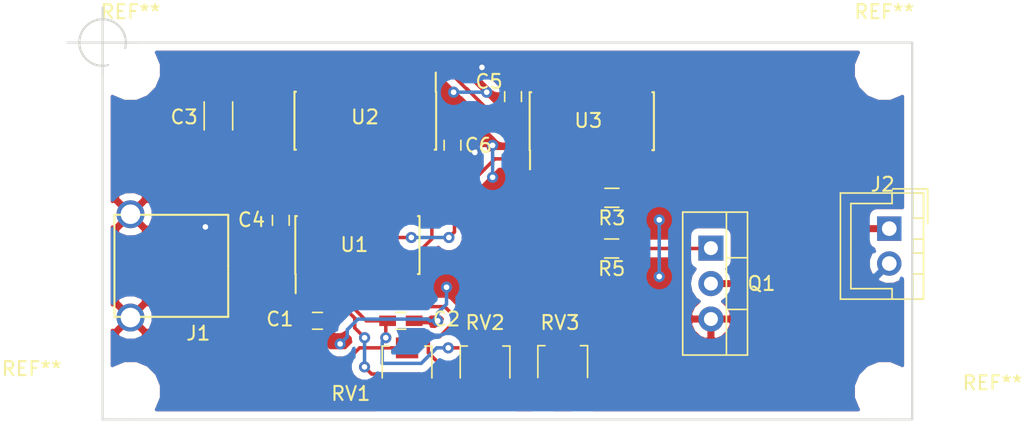
<source format=kicad_pcb>
(kicad_pcb (version 20171130) (host pcbnew 5.0.1)

  (general
    (thickness 1.6)
    (drawings 5)
    (tracks 167)
    (zones 0)
    (modules 21)
    (nets 14)
  )

  (page A4)
  (layers
    (0 F.Cu signal)
    (31 B.Cu signal)
    (32 B.Adhes user)
    (33 F.Adhes user)
    (34 B.Paste user)
    (35 F.Paste user)
    (36 B.SilkS user)
    (37 F.SilkS user)
    (38 B.Mask user)
    (39 F.Mask user)
    (40 Dwgs.User user)
    (41 Cmts.User user)
    (42 Eco1.User user)
    (43 Eco2.User user)
    (44 Edge.Cuts user)
    (45 Margin user)
    (46 B.CrtYd user hide)
    (47 F.CrtYd user hide)
    (48 B.Fab user)
    (49 F.Fab user hide)
  )

  (setup
    (last_trace_width 0.25)
    (trace_clearance 0.2)
    (zone_clearance 0.508)
    (zone_45_only no)
    (trace_min 0.2)
    (segment_width 0.2)
    (edge_width 0.15)
    (via_size 0.8)
    (via_drill 0.4)
    (via_min_size 0.4)
    (via_min_drill 0.3)
    (uvia_size 0.3)
    (uvia_drill 0.1)
    (uvias_allowed no)
    (uvia_min_size 0.2)
    (uvia_min_drill 0.1)
    (pcb_text_width 0.3)
    (pcb_text_size 1.5 1.5)
    (mod_edge_width 0.15)
    (mod_text_size 1 1)
    (mod_text_width 0.15)
    (pad_size 1.524 1.524)
    (pad_drill 0.762)
    (pad_to_mask_clearance 0.051)
    (solder_mask_min_width 0.25)
    (aux_axis_origin 125 87)
    (grid_origin 125 87)
    (visible_elements FFFFFF7F)
    (pcbplotparams
      (layerselection 0x010f0_ffffffff)
      (usegerberextensions true)
      (usegerberattributes false)
      (usegerberadvancedattributes false)
      (creategerberjobfile false)
      (excludeedgelayer true)
      (linewidth 0.100000)
      (plotframeref false)
      (viasonmask false)
      (mode 1)
      (useauxorigin false)
      (hpglpennumber 1)
      (hpglpenspeed 20)
      (hpglpendiameter 15.000000)
      (psnegative false)
      (psa4output false)
      (plotreference true)
      (plotvalue true)
      (plotinvisibletext false)
      (padsonsilk false)
      (subtractmaskfromsilk false)
      (outputformat 1)
      (mirror false)
      (drillshape 0)
      (scaleselection 1)
      (outputdirectory "production_data/"))
  )

  (net 0 "")
  (net 1 GND)
  (net 2 "Net-(C1-Pad1)")
  (net 3 "Net-(C2-Pad1)")
  (net 4 +5V)
  (net 5 "Net-(J2-Pad1)")
  (net 6 "Net-(Q1-Pad1)")
  (net 7 "Net-(R3-Pad2)")
  (net 8 "Net-(R3-Pad1)")
  (net 9 "Net-(RV1-Pad3)")
  (net 10 "Net-(RV2-Pad3)")
  (net 11 "Net-(U2-Pad1)")
  (net 12 "Net-(U2-Pad3)")
  (net 13 "Net-(U3-Pad3)")

  (net_class Default "これはデフォルトのネット クラスです。"
    (clearance 0.2)
    (trace_width 0.25)
    (via_dia 0.8)
    (via_drill 0.4)
    (uvia_dia 0.3)
    (uvia_drill 0.1)
    (add_net +5V)
    (add_net GND)
    (add_net "Net-(C1-Pad1)")
    (add_net "Net-(C2-Pad1)")
    (add_net "Net-(J2-Pad1)")
    (add_net "Net-(Q1-Pad1)")
    (add_net "Net-(R3-Pad1)")
    (add_net "Net-(R3-Pad2)")
    (add_net "Net-(RV1-Pad3)")
    (add_net "Net-(RV2-Pad3)")
    (add_net "Net-(U2-Pad1)")
    (add_net "Net-(U2-Pad3)")
    (add_net "Net-(U3-Pad3)")
  )

  (module Capacitors_SMD:C_0603_HandSoldering (layer F.Cu) (tedit 58AA848B) (tstamp 5C91A3CB)
    (at 140.396 106.934)
    (descr "Capacitor SMD 0603, hand soldering")
    (tags "capacitor 0603")
    (path /5C91E0C1)
    (attr smd)
    (fp_text reference C1 (at -2.696 -0.122) (layer F.SilkS)
      (effects (font (size 1 1) (thickness 0.15)))
    )
    (fp_text value 1000p (at 0 1.5) (layer F.Fab)
      (effects (font (size 1 1) (thickness 0.15)))
    )
    (fp_line (start 1.8 0.65) (end -1.8 0.65) (layer F.CrtYd) (width 0.05))
    (fp_line (start 1.8 0.65) (end 1.8 -0.65) (layer F.CrtYd) (width 0.05))
    (fp_line (start -1.8 -0.65) (end -1.8 0.65) (layer F.CrtYd) (width 0.05))
    (fp_line (start -1.8 -0.65) (end 1.8 -0.65) (layer F.CrtYd) (width 0.05))
    (fp_line (start 0.35 0.6) (end -0.35 0.6) (layer F.SilkS) (width 0.12))
    (fp_line (start -0.35 -0.6) (end 0.35 -0.6) (layer F.SilkS) (width 0.12))
    (fp_line (start -0.8 -0.4) (end 0.8 -0.4) (layer F.Fab) (width 0.1))
    (fp_line (start 0.8 -0.4) (end 0.8 0.4) (layer F.Fab) (width 0.1))
    (fp_line (start 0.8 0.4) (end -0.8 0.4) (layer F.Fab) (width 0.1))
    (fp_line (start -0.8 0.4) (end -0.8 -0.4) (layer F.Fab) (width 0.1))
    (fp_text user %R (at 0 -1.25) (layer F.Fab)
      (effects (font (size 1 1) (thickness 0.15)))
    )
    (pad 2 smd rect (at 0.95 0) (size 1.2 0.75) (layers F.Cu F.Paste F.Mask)
      (net 1 GND))
    (pad 1 smd rect (at -0.95 0) (size 1.2 0.75) (layers F.Cu F.Paste F.Mask)
      (net 2 "Net-(C1-Pad1)"))
    (model Capacitors_SMD.3dshapes/C_0603.wrl
      (at (xyz 0 0 0))
      (scale (xyz 1 1 1))
      (rotate (xyz 0 0 0))
    )
  )

  (module Capacitors_SMD:C_0603_HandSoldering (layer F.Cu) (tedit 58AA848B) (tstamp 5C91A3DC)
    (at 146.37 106.934)
    (descr "Capacitor SMD 0603, hand soldering")
    (tags "capacitor 0603")
    (path /5C91E831)
    (attr smd)
    (fp_text reference C2 (at 3.268 -0.122) (layer F.SilkS)
      (effects (font (size 1 1) (thickness 0.15)))
    )
    (fp_text value 0.01u (at 0 1.5) (layer F.Fab)
      (effects (font (size 1 1) (thickness 0.15)))
    )
    (fp_text user %R (at 0 -1.25) (layer F.Fab)
      (effects (font (size 1 1) (thickness 0.15)))
    )
    (fp_line (start -0.8 0.4) (end -0.8 -0.4) (layer F.Fab) (width 0.1))
    (fp_line (start 0.8 0.4) (end -0.8 0.4) (layer F.Fab) (width 0.1))
    (fp_line (start 0.8 -0.4) (end 0.8 0.4) (layer F.Fab) (width 0.1))
    (fp_line (start -0.8 -0.4) (end 0.8 -0.4) (layer F.Fab) (width 0.1))
    (fp_line (start -0.35 -0.6) (end 0.35 -0.6) (layer F.SilkS) (width 0.12))
    (fp_line (start 0.35 0.6) (end -0.35 0.6) (layer F.SilkS) (width 0.12))
    (fp_line (start -1.8 -0.65) (end 1.8 -0.65) (layer F.CrtYd) (width 0.05))
    (fp_line (start -1.8 -0.65) (end -1.8 0.65) (layer F.CrtYd) (width 0.05))
    (fp_line (start 1.8 0.65) (end 1.8 -0.65) (layer F.CrtYd) (width 0.05))
    (fp_line (start 1.8 0.65) (end -1.8 0.65) (layer F.CrtYd) (width 0.05))
    (pad 1 smd rect (at -0.95 0) (size 1.2 0.75) (layers F.Cu F.Paste F.Mask)
      (net 3 "Net-(C2-Pad1)"))
    (pad 2 smd rect (at 0.95 0) (size 1.2 0.75) (layers F.Cu F.Paste F.Mask)
      (net 1 GND))
    (model Capacitors_SMD.3dshapes/C_0603.wrl
      (at (xyz 0 0 0))
      (scale (xyz 1 1 1))
      (rotate (xyz 0 0 0))
    )
  )

  (module Capacitors_SMD:C_1206_HandSoldering (layer F.Cu) (tedit 58AA84D1) (tstamp 5C91B1C0)
    (at 133.2992 92.2528 90)
    (descr "Capacitor SMD 1206, hand soldering")
    (tags "capacitor 1206")
    (path /5C934E25)
    (attr smd)
    (fp_text reference C3 (at -0.0812 -2.4572 180) (layer F.SilkS)
      (effects (font (size 1 1) (thickness 0.15)))
    )
    (fp_text value 100u (at 0 2 90) (layer F.Fab)
      (effects (font (size 1 1) (thickness 0.15)))
    )
    (fp_line (start 3.25 1.05) (end -3.25 1.05) (layer F.CrtYd) (width 0.05))
    (fp_line (start 3.25 1.05) (end 3.25 -1.05) (layer F.CrtYd) (width 0.05))
    (fp_line (start -3.25 -1.05) (end -3.25 1.05) (layer F.CrtYd) (width 0.05))
    (fp_line (start -3.25 -1.05) (end 3.25 -1.05) (layer F.CrtYd) (width 0.05))
    (fp_line (start -1 1.02) (end 1 1.02) (layer F.SilkS) (width 0.12))
    (fp_line (start 1 -1.02) (end -1 -1.02) (layer F.SilkS) (width 0.12))
    (fp_line (start -1.6 -0.8) (end 1.6 -0.8) (layer F.Fab) (width 0.1))
    (fp_line (start 1.6 -0.8) (end 1.6 0.8) (layer F.Fab) (width 0.1))
    (fp_line (start 1.6 0.8) (end -1.6 0.8) (layer F.Fab) (width 0.1))
    (fp_line (start -1.6 0.8) (end -1.6 -0.8) (layer F.Fab) (width 0.1))
    (fp_text user %R (at 0 -1.75 90) (layer F.Fab)
      (effects (font (size 1 1) (thickness 0.15)))
    )
    (pad 2 smd rect (at 2 0 90) (size 2 1.6) (layers F.Cu F.Paste F.Mask)
      (net 1 GND))
    (pad 1 smd rect (at -2 0 90) (size 2 1.6) (layers F.Cu F.Paste F.Mask)
      (net 4 +5V))
    (model Capacitors_SMD.3dshapes/C_1206.wrl
      (at (xyz 0 0 0))
      (scale (xyz 1 1 1))
      (rotate (xyz 0 0 0))
    )
  )

  (module Capacitors_SMD:C_0603_HandSoldering (layer F.Cu) (tedit 58AA848B) (tstamp 5C91A3FE)
    (at 137.7696 99.7356 270)
    (descr "Capacitor SMD 0603, hand soldering")
    (tags "capacitor 0603")
    (path /5C91EF05)
    (attr smd)
    (fp_text reference C4 (at -0.0356 2.1016) (layer F.SilkS)
      (effects (font (size 1 1) (thickness 0.15)))
    )
    (fp_text value 0.1u (at 0 1.5 270) (layer F.Fab)
      (effects (font (size 1 1) (thickness 0.15)))
    )
    (fp_line (start 1.8 0.65) (end -1.8 0.65) (layer F.CrtYd) (width 0.05))
    (fp_line (start 1.8 0.65) (end 1.8 -0.65) (layer F.CrtYd) (width 0.05))
    (fp_line (start -1.8 -0.65) (end -1.8 0.65) (layer F.CrtYd) (width 0.05))
    (fp_line (start -1.8 -0.65) (end 1.8 -0.65) (layer F.CrtYd) (width 0.05))
    (fp_line (start 0.35 0.6) (end -0.35 0.6) (layer F.SilkS) (width 0.12))
    (fp_line (start -0.35 -0.6) (end 0.35 -0.6) (layer F.SilkS) (width 0.12))
    (fp_line (start -0.8 -0.4) (end 0.8 -0.4) (layer F.Fab) (width 0.1))
    (fp_line (start 0.8 -0.4) (end 0.8 0.4) (layer F.Fab) (width 0.1))
    (fp_line (start 0.8 0.4) (end -0.8 0.4) (layer F.Fab) (width 0.1))
    (fp_line (start -0.8 0.4) (end -0.8 -0.4) (layer F.Fab) (width 0.1))
    (fp_text user %R (at 0 -1.25 270) (layer F.Fab)
      (effects (font (size 1 1) (thickness 0.15)))
    )
    (pad 2 smd rect (at 0.95 0 270) (size 1.2 0.75) (layers F.Cu F.Paste F.Mask)
      (net 1 GND))
    (pad 1 smd rect (at -0.95 0 270) (size 1.2 0.75) (layers F.Cu F.Paste F.Mask)
      (net 4 +5V))
    (model Capacitors_SMD.3dshapes/C_0603.wrl
      (at (xyz 0 0 0))
      (scale (xyz 1 1 1))
      (rotate (xyz 0 0 0))
    )
  )

  (module Capacitors_SMD:C_0603_HandSoldering (layer F.Cu) (tedit 58AA848B) (tstamp 5C91A40F)
    (at 154.4066 90.871 270)
    (descr "Capacitor SMD 0603, hand soldering")
    (tags "capacitor 0603")
    (path /5C925F68)
    (attr smd)
    (fp_text reference C5 (at -1.077 1.7206) (layer F.SilkS)
      (effects (font (size 1 1) (thickness 0.15)))
    )
    (fp_text value 0.1u (at 0 1.5 270) (layer F.Fab)
      (effects (font (size 1 1) (thickness 0.15)))
    )
    (fp_text user %R (at 0 -1.25 270) (layer F.Fab)
      (effects (font (size 1 1) (thickness 0.15)))
    )
    (fp_line (start -0.8 0.4) (end -0.8 -0.4) (layer F.Fab) (width 0.1))
    (fp_line (start 0.8 0.4) (end -0.8 0.4) (layer F.Fab) (width 0.1))
    (fp_line (start 0.8 -0.4) (end 0.8 0.4) (layer F.Fab) (width 0.1))
    (fp_line (start -0.8 -0.4) (end 0.8 -0.4) (layer F.Fab) (width 0.1))
    (fp_line (start -0.35 -0.6) (end 0.35 -0.6) (layer F.SilkS) (width 0.12))
    (fp_line (start 0.35 0.6) (end -0.35 0.6) (layer F.SilkS) (width 0.12))
    (fp_line (start -1.8 -0.65) (end 1.8 -0.65) (layer F.CrtYd) (width 0.05))
    (fp_line (start -1.8 -0.65) (end -1.8 0.65) (layer F.CrtYd) (width 0.05))
    (fp_line (start 1.8 0.65) (end 1.8 -0.65) (layer F.CrtYd) (width 0.05))
    (fp_line (start 1.8 0.65) (end -1.8 0.65) (layer F.CrtYd) (width 0.05))
    (pad 1 smd rect (at -0.95 0 270) (size 1.2 0.75) (layers F.Cu F.Paste F.Mask)
      (net 4 +5V))
    (pad 2 smd rect (at 0.95 0 270) (size 1.2 0.75) (layers F.Cu F.Paste F.Mask)
      (net 1 GND))
    (model Capacitors_SMD.3dshapes/C_0603.wrl
      (at (xyz 0 0 0))
      (scale (xyz 1 1 1))
      (rotate (xyz 0 0 0))
    )
  )

  (module mylib:MRUSB-2B-D14NI-S306 (layer F.Cu) (tedit 5C9181F5) (tstamp 5C91A423)
    (at 134 103 90)
    (path /5C91DB46)
    (attr smd)
    (fp_text reference J1 (at -4.828 -2.142 180) (layer F.SilkS)
      (effects (font (size 1 1) (thickness 0.15)))
    )
    (fp_text value USB-MicroB (at 0 3.6 90) (layer F.Fab)
      (effects (font (size 1 1) (thickness 0.15)))
    )
    (fp_line (start 0 0) (end 3.65 0) (layer F.SilkS) (width 0.15))
    (fp_line (start 0 0) (end -3.65 0) (layer F.SilkS) (width 0.15))
    (fp_line (start -3.65 0) (end -3.65 -8.15) (layer F.SilkS) (width 0.15))
    (fp_line (start -3.65 -8.15) (end 3.66 -8.15) (layer F.SilkS) (width 0.15))
    (fp_line (start 3.66 -8.15) (end 3.66 0) (layer F.SilkS) (width 0.15))
    (fp_line (start 4.8 -6.9) (end 4.8 -8.2) (layer F.CrtYd) (width 0.15))
    (fp_line (start 4.8 -8.2) (end -4.8 -8.2) (layer F.CrtYd) (width 0.15))
    (fp_line (start -4.8 -8.2) (end -4.8 0.1) (layer F.CrtYd) (width 0.15))
    (fp_line (start -4.8 0.1) (end 2.1 0.1) (layer F.CrtYd) (width 0.15))
    (fp_line (start 2.1 0.1) (end 4.6 0.1) (layer F.CrtYd) (width 0.15))
    (fp_line (start 4.8 -6.9) (end 4.8 0.1) (layer F.CrtYd) (width 0.15))
    (fp_line (start 4.8 0.1) (end 4.6 0.1) (layer F.CrtYd) (width 0.15))
    (pad 2 smd rect (at -1.2 -1.43 90) (size 0.7 2.86) (layers F.Cu F.Paste F.Mask)
      (net 1 GND))
    (pad 1 smd rect (at 1.2 -1.43 90) (size 0.7 2.86) (layers F.Cu F.Paste F.Mask)
      (net 4 +5V))
    (pad 2 thru_hole circle (at -3.7 -7 90) (size 2 2) (drill 1.4) (layers *.Cu *.Mask)
      (net 1 GND))
    (pad 2 thru_hole circle (at 3.7 -7 90) (size 2 2) (drill 1.4) (layers *.Cu *.Mask)
      (net 1 GND))
  )

  (module Connectors_JST:JST_XH_B02B-XH-A_02x2.50mm_Straight (layer F.Cu) (tedit 58EAE7F0) (tstamp 5C91A44C)
    (at 181.356 100.33 270)
    (descr "JST XH series connector, B02B-XH-A, top entry type, through hole")
    (tags "connector jst xh tht top vertical 2.50mm")
    (path /5C930E21)
    (fp_text reference J2 (at -3.17 0.476) (layer F.SilkS)
      (effects (font (size 1 1) (thickness 0.15)))
    )
    (fp_text value Conn_01x02_Male (at 1.25 4.5 270) (layer F.Fab)
      (effects (font (size 1 1) (thickness 0.15)))
    )
    (fp_text user %R (at 1.25 2.5 270) (layer F.Fab)
      (effects (font (size 1 1) (thickness 0.15)))
    )
    (fp_line (start -2.85 -2.75) (end -2.85 -0.25) (layer F.Fab) (width 0.1))
    (fp_line (start -0.35 -2.75) (end -2.85 -2.75) (layer F.Fab) (width 0.1))
    (fp_line (start -2.85 -2.75) (end -2.85 -0.25) (layer F.SilkS) (width 0.12))
    (fp_line (start -0.35 -2.75) (end -2.85 -2.75) (layer F.SilkS) (width 0.12))
    (fp_line (start 4.3 2.75) (end 1.25 2.75) (layer F.SilkS) (width 0.12))
    (fp_line (start 4.3 -0.2) (end 4.3 2.75) (layer F.SilkS) (width 0.12))
    (fp_line (start 5.05 -0.2) (end 4.3 -0.2) (layer F.SilkS) (width 0.12))
    (fp_line (start -1.8 2.75) (end 1.25 2.75) (layer F.SilkS) (width 0.12))
    (fp_line (start -1.8 -0.2) (end -1.8 2.75) (layer F.SilkS) (width 0.12))
    (fp_line (start -2.55 -0.2) (end -1.8 -0.2) (layer F.SilkS) (width 0.12))
    (fp_line (start 5.05 -2.45) (end 3.25 -2.45) (layer F.SilkS) (width 0.12))
    (fp_line (start 5.05 -1.7) (end 5.05 -2.45) (layer F.SilkS) (width 0.12))
    (fp_line (start 3.25 -1.7) (end 5.05 -1.7) (layer F.SilkS) (width 0.12))
    (fp_line (start 3.25 -2.45) (end 3.25 -1.7) (layer F.SilkS) (width 0.12))
    (fp_line (start -0.75 -2.45) (end -2.55 -2.45) (layer F.SilkS) (width 0.12))
    (fp_line (start -0.75 -1.7) (end -0.75 -2.45) (layer F.SilkS) (width 0.12))
    (fp_line (start -2.55 -1.7) (end -0.75 -1.7) (layer F.SilkS) (width 0.12))
    (fp_line (start -2.55 -2.45) (end -2.55 -1.7) (layer F.SilkS) (width 0.12))
    (fp_line (start 1.75 -2.45) (end 0.75 -2.45) (layer F.SilkS) (width 0.12))
    (fp_line (start 1.75 -1.7) (end 1.75 -2.45) (layer F.SilkS) (width 0.12))
    (fp_line (start 0.75 -1.7) (end 1.75 -1.7) (layer F.SilkS) (width 0.12))
    (fp_line (start 0.75 -2.45) (end 0.75 -1.7) (layer F.SilkS) (width 0.12))
    (fp_line (start 5.05 -2.45) (end -2.55 -2.45) (layer F.SilkS) (width 0.12))
    (fp_line (start 5.05 3.5) (end 5.05 -2.45) (layer F.SilkS) (width 0.12))
    (fp_line (start -2.55 3.5) (end 5.05 3.5) (layer F.SilkS) (width 0.12))
    (fp_line (start -2.55 -2.45) (end -2.55 3.5) (layer F.SilkS) (width 0.12))
    (fp_line (start 5.45 -2.85) (end -2.95 -2.85) (layer F.CrtYd) (width 0.05))
    (fp_line (start 5.45 3.9) (end 5.45 -2.85) (layer F.CrtYd) (width 0.05))
    (fp_line (start -2.95 3.9) (end 5.45 3.9) (layer F.CrtYd) (width 0.05))
    (fp_line (start -2.95 -2.85) (end -2.95 3.9) (layer F.CrtYd) (width 0.05))
    (fp_line (start 4.95 -2.35) (end -2.45 -2.35) (layer F.Fab) (width 0.1))
    (fp_line (start 4.95 3.4) (end 4.95 -2.35) (layer F.Fab) (width 0.1))
    (fp_line (start -2.45 3.4) (end 4.95 3.4) (layer F.Fab) (width 0.1))
    (fp_line (start -2.45 -2.35) (end -2.45 3.4) (layer F.Fab) (width 0.1))
    (pad 2 thru_hole circle (at 2.5 0 270) (size 1.75 1.75) (drill 1.05) (layers *.Cu *.Mask)
      (net 4 +5V))
    (pad 1 thru_hole rect (at 0 0 270) (size 1.75 1.75) (drill 1.05) (layers *.Cu *.Mask)
      (net 5 "Net-(J2-Pad1)"))
    (model Connectors_JST.3dshapes/JST_XH_B02B-XH-A_02x2.50mm_Straight.wrl
      (at (xyz 0 0 0))
      (scale (xyz 1 1 1))
      (rotate (xyz 0 0 0))
    )
  )

  (module TO_SOT_Packages_THT:TO-220-3_Vertical (layer F.Cu) (tedit 58CE52AD) (tstamp 5C91A466)
    (at 168.5798 101.727 270)
    (descr "TO-220-3, Vertical, RM 2.54mm")
    (tags "TO-220-3 Vertical RM 2.54mm")
    (path /5C92BF8C)
    (fp_text reference Q1 (at 2.54 -3.62) (layer F.SilkS)
      (effects (font (size 1 1) (thickness 0.15)))
    )
    (fp_text value 2SK4017 (at 2.54 3.92 270) (layer F.Fab)
      (effects (font (size 1 1) (thickness 0.15)))
    )
    (fp_line (start 7.79 -2.75) (end -2.71 -2.75) (layer F.CrtYd) (width 0.05))
    (fp_line (start 7.79 2.16) (end 7.79 -2.75) (layer F.CrtYd) (width 0.05))
    (fp_line (start -2.71 2.16) (end 7.79 2.16) (layer F.CrtYd) (width 0.05))
    (fp_line (start -2.71 -2.75) (end -2.71 2.16) (layer F.CrtYd) (width 0.05))
    (fp_line (start 4.391 -2.62) (end 4.391 -1.11) (layer F.SilkS) (width 0.12))
    (fp_line (start 0.69 -2.62) (end 0.69 -1.11) (layer F.SilkS) (width 0.12))
    (fp_line (start -2.58 -1.11) (end 7.66 -1.11) (layer F.SilkS) (width 0.12))
    (fp_line (start 7.66 -2.62) (end 7.66 2.021) (layer F.SilkS) (width 0.12))
    (fp_line (start -2.58 -2.62) (end -2.58 2.021) (layer F.SilkS) (width 0.12))
    (fp_line (start -2.58 2.021) (end 7.66 2.021) (layer F.SilkS) (width 0.12))
    (fp_line (start -2.58 -2.62) (end 7.66 -2.62) (layer F.SilkS) (width 0.12))
    (fp_line (start 4.39 -2.5) (end 4.39 -1.23) (layer F.Fab) (width 0.1))
    (fp_line (start 0.69 -2.5) (end 0.69 -1.23) (layer F.Fab) (width 0.1))
    (fp_line (start -2.46 -1.23) (end 7.54 -1.23) (layer F.Fab) (width 0.1))
    (fp_line (start 7.54 -2.5) (end -2.46 -2.5) (layer F.Fab) (width 0.1))
    (fp_line (start 7.54 1.9) (end 7.54 -2.5) (layer F.Fab) (width 0.1))
    (fp_line (start -2.46 1.9) (end 7.54 1.9) (layer F.Fab) (width 0.1))
    (fp_line (start -2.46 -2.5) (end -2.46 1.9) (layer F.Fab) (width 0.1))
    (fp_text user %R (at 2.54 -3.62 270) (layer F.Fab)
      (effects (font (size 1 1) (thickness 0.15)))
    )
    (pad 3 thru_hole oval (at 5.08 0 270) (size 1.8 1.8) (drill 1) (layers *.Cu *.Mask)
      (net 1 GND))
    (pad 2 thru_hole oval (at 2.54 0 270) (size 1.8 1.8) (drill 1) (layers *.Cu *.Mask)
      (net 5 "Net-(J2-Pad1)"))
    (pad 1 thru_hole rect (at 0 0 270) (size 1.8 1.8) (drill 1) (layers *.Cu *.Mask)
      (net 6 "Net-(Q1-Pad1)"))
    (model ${KISYS3DMOD}/TO_SOT_Packages_THT.3dshapes/TO-220-3_Vertical.wrl
      (offset (xyz 2.539999961853027 0 0))
      (scale (xyz 0.393701 0.393701 0.393701))
      (rotate (xyz 0 0 0))
    )
  )

  (module Resistors_SMD:R_0603_HandSoldering (layer F.Cu) (tedit 58E0A804) (tstamp 5C91A477)
    (at 161.4854 98.1202 180)
    (descr "Resistor SMD 0603, hand soldering")
    (tags "resistor 0603")
    (path /5C92C162)
    (attr smd)
    (fp_text reference R3 (at 0 -1.45 180) (layer F.SilkS)
      (effects (font (size 1 1) (thickness 0.15)))
    )
    (fp_text value 5k (at 0 1.55 180) (layer F.Fab)
      (effects (font (size 1 1) (thickness 0.15)))
    )
    (fp_line (start 1.95 0.7) (end -1.96 0.7) (layer F.CrtYd) (width 0.05))
    (fp_line (start 1.95 0.7) (end 1.95 -0.7) (layer F.CrtYd) (width 0.05))
    (fp_line (start -1.96 -0.7) (end -1.96 0.7) (layer F.CrtYd) (width 0.05))
    (fp_line (start -1.96 -0.7) (end 1.95 -0.7) (layer F.CrtYd) (width 0.05))
    (fp_line (start -0.5 -0.68) (end 0.5 -0.68) (layer F.SilkS) (width 0.12))
    (fp_line (start 0.5 0.68) (end -0.5 0.68) (layer F.SilkS) (width 0.12))
    (fp_line (start -0.8 -0.4) (end 0.8 -0.4) (layer F.Fab) (width 0.1))
    (fp_line (start 0.8 -0.4) (end 0.8 0.4) (layer F.Fab) (width 0.1))
    (fp_line (start 0.8 0.4) (end -0.8 0.4) (layer F.Fab) (width 0.1))
    (fp_line (start -0.8 0.4) (end -0.8 -0.4) (layer F.Fab) (width 0.1))
    (fp_text user %R (at 0 0 180) (layer F.Fab)
      (effects (font (size 0.4 0.4) (thickness 0.075)))
    )
    (pad 2 smd rect (at 1.1 0 180) (size 1.2 0.9) (layers F.Cu F.Paste F.Mask)
      (net 7 "Net-(R3-Pad2)"))
    (pad 1 smd rect (at -1.1 0 180) (size 1.2 0.9) (layers F.Cu F.Paste F.Mask)
      (net 8 "Net-(R3-Pad1)"))
    (model ${KISYS3DMOD}/Resistors_SMD.3dshapes/R_0603.wrl
      (at (xyz 0 0 0))
      (scale (xyz 1 1 1))
      (rotate (xyz 0 0 0))
    )
  )

  (module Resistors_SMD:R_0603_HandSoldering (layer F.Cu) (tedit 58E0A804) (tstamp 5C91B561)
    (at 161.4678 101.7524 180)
    (descr "Resistor SMD 0603, hand soldering")
    (tags "resistor 0603")
    (path /5C92E7D7)
    (attr smd)
    (fp_text reference R5 (at 0 -1.45 180) (layer F.SilkS)
      (effects (font (size 1 1) (thickness 0.15)))
    )
    (fp_text value 100 (at 0 1.55 180) (layer F.Fab)
      (effects (font (size 1 1) (thickness 0.15)))
    )
    (fp_text user %R (at 0.942599 0.117799 180) (layer F.Fab)
      (effects (font (size 0.4 0.4) (thickness 0.075)))
    )
    (fp_line (start -0.8 0.4) (end -0.8 -0.4) (layer F.Fab) (width 0.1))
    (fp_line (start 0.8 0.4) (end -0.8 0.4) (layer F.Fab) (width 0.1))
    (fp_line (start 0.8 -0.4) (end 0.8 0.4) (layer F.Fab) (width 0.1))
    (fp_line (start -0.8 -0.4) (end 0.8 -0.4) (layer F.Fab) (width 0.1))
    (fp_line (start 0.5 0.68) (end -0.5 0.68) (layer F.SilkS) (width 0.12))
    (fp_line (start -0.5 -0.68) (end 0.5 -0.68) (layer F.SilkS) (width 0.12))
    (fp_line (start -1.96 -0.7) (end 1.95 -0.7) (layer F.CrtYd) (width 0.05))
    (fp_line (start -1.96 -0.7) (end -1.96 0.7) (layer F.CrtYd) (width 0.05))
    (fp_line (start 1.95 0.7) (end 1.95 -0.7) (layer F.CrtYd) (width 0.05))
    (fp_line (start 1.95 0.7) (end -1.96 0.7) (layer F.CrtYd) (width 0.05))
    (pad 1 smd rect (at -1.1 0 180) (size 1.2 0.9) (layers F.Cu F.Paste F.Mask)
      (net 6 "Net-(Q1-Pad1)"))
    (pad 2 smd rect (at 1.1 0 180) (size 1.2 0.9) (layers F.Cu F.Paste F.Mask)
      (net 7 "Net-(R3-Pad2)"))
    (model ${KISYS3DMOD}/Resistors_SMD.3dshapes/R_0603.wrl
      (at (xyz 0 0 0))
      (scale (xyz 1 1 1))
      (rotate (xyz 0 0 0))
    )
  )

  (module Potentiometers:Potentiometer_Trimmer-EVM3E (layer F.Cu) (tedit 580B90AB) (tstamp 5C91A4AE)
    (at 146.812 110.49)
    (descr http://www.comkey.in/sites/default/files/attachments/EVM3ESX50B15.pdf)
    (tags "trimmer smd")
    (path /5C9367AE)
    (attr smd)
    (fp_text reference RV1 (at -4.032 1.656) (layer F.SilkS)
      (effects (font (size 1 1) (thickness 0.15)))
    )
    (fp_text value 10k (at 0 -3.79) (layer F.Fab)
      (effects (font (size 1 1) (thickness 0.15)))
    )
    (fp_circle (center 0 0.03) (end 0 -1.52) (layer F.Fab) (width 0.1))
    (fp_circle (center 0 0.03) (end 0 -1.18) (layer F.Fab) (width 0.1))
    (fp_circle (center 0 0.03) (end 0 -0.23) (layer F.Fab) (width 0.1))
    (fp_line (start -1.55 -1.52) (end 1.55 -1.52) (layer F.Fab) (width 0.1))
    (fp_line (start 1.55 -1.52) (end 1.55 1.73) (layer F.Fab) (width 0.1))
    (fp_line (start 1.55 1.73) (end -1.55 1.73) (layer F.Fab) (width 0.1))
    (fp_line (start -1.55 1.73) (end -1.55 -1.52) (layer F.Fab) (width 0.1))
    (fp_line (start -0.25 -0.97) (end 0.25 -0.97) (layer F.Fab) (width 0.1))
    (fp_line (start 0.25 -0.97) (end 0.25 -0.23) (layer F.Fab) (width 0.1))
    (fp_line (start 0.25 -0.23) (end 1 -0.23) (layer F.Fab) (width 0.1))
    (fp_line (start 1 -0.23) (end 1 0.28) (layer F.Fab) (width 0.1))
    (fp_line (start 1 0.28) (end 0.25 0.28) (layer F.Fab) (width 0.1))
    (fp_line (start 0.25 0.28) (end 0.25 1.02) (layer F.Fab) (width 0.1))
    (fp_line (start 0.25 1.02) (end -0.25 1.02) (layer F.Fab) (width 0.1))
    (fp_line (start -0.25 1.02) (end -0.25 0.28) (layer F.Fab) (width 0.1))
    (fp_line (start -0.25 0.28) (end -1 0.28) (layer F.Fab) (width 0.1))
    (fp_line (start -1 0.28) (end -1 -0.23) (layer F.Fab) (width 0.1))
    (fp_line (start -1 -0.23) (end -0.25 -0.23) (layer F.Fab) (width 0.1))
    (fp_line (start -0.25 -0.23) (end -0.25 -0.97) (layer F.Fab) (width 0.1))
    (fp_line (start -1.55 1.32) (end -0.9 1.32) (layer F.Fab) (width 0.1))
    (fp_line (start -0.9 1.32) (end -0.9 1.73) (layer F.Fab) (width 0.1))
    (fp_line (start 1.55 1.38) (end 0.9 1.38) (layer F.Fab) (width 0.1))
    (fp_line (start 0.9 1.38) (end 0.9 1.73) (layer F.Fab) (width 0.1))
    (fp_line (start -2.2 2.45) (end -2.2 -2.6) (layer F.CrtYd) (width 0.05))
    (fp_line (start -2.2 -2.6) (end 2.2 -2.6) (layer F.CrtYd) (width 0.05))
    (fp_line (start 2.2 -2.6) (end 2.2 2.45) (layer F.CrtYd) (width 0.05))
    (fp_line (start 2.2 2.45) (end -2.2 2.45) (layer F.CrtYd) (width 0.05))
    (fp_line (start -1.78 0.53) (end -1.78 -1.75) (layer F.SilkS) (width 0.12))
    (fp_line (start -1.78 -1.75) (end -1.27 -1.75) (layer F.SilkS) (width 0.12))
    (fp_line (start 1.27 -1.75) (end 1.78 -1.75) (layer F.SilkS) (width 0.12))
    (fp_line (start 1.78 -1.75) (end 1.78 0.53) (layer F.SilkS) (width 0.12))
    (pad 2 smd rect (at 0 -1.62) (size 1.6 1.5) (layers F.Cu F.Paste F.Mask)
      (net 2 "Net-(C1-Pad1)"))
    (pad 3 smd rect (at 1.4 1.62) (size 1.2 1.2) (layers F.Cu F.Paste F.Mask)
      (net 9 "Net-(RV1-Pad3)"))
    (pad 1 smd rect (at -1.4 1.62) (size 1.2 1.2) (layers F.Cu F.Paste F.Mask))
  )

  (module Potentiometers:Potentiometer_Trimmer-EVM3E (layer F.Cu) (tedit 580B90AB) (tstamp 5C91A4D4)
    (at 152.4 110.49)
    (descr http://www.comkey.in/sites/default/files/attachments/EVM3ESX50B15.pdf)
    (tags "trimmer smd")
    (path /5C939CAB)
    (attr smd)
    (fp_text reference RV2 (at 0 -3.424) (layer F.SilkS)
      (effects (font (size 1 1) (thickness 0.15)))
    )
    (fp_text value 10k (at 0 -3.79) (layer F.Fab)
      (effects (font (size 1 1) (thickness 0.15)))
    )
    (fp_line (start 1.78 -1.75) (end 1.78 0.53) (layer F.SilkS) (width 0.12))
    (fp_line (start 1.27 -1.75) (end 1.78 -1.75) (layer F.SilkS) (width 0.12))
    (fp_line (start -1.78 -1.75) (end -1.27 -1.75) (layer F.SilkS) (width 0.12))
    (fp_line (start -1.78 0.53) (end -1.78 -1.75) (layer F.SilkS) (width 0.12))
    (fp_line (start 2.2 2.45) (end -2.2 2.45) (layer F.CrtYd) (width 0.05))
    (fp_line (start 2.2 -2.6) (end 2.2 2.45) (layer F.CrtYd) (width 0.05))
    (fp_line (start -2.2 -2.6) (end 2.2 -2.6) (layer F.CrtYd) (width 0.05))
    (fp_line (start -2.2 2.45) (end -2.2 -2.6) (layer F.CrtYd) (width 0.05))
    (fp_line (start 0.9 1.38) (end 0.9 1.73) (layer F.Fab) (width 0.1))
    (fp_line (start 1.55 1.38) (end 0.9 1.38) (layer F.Fab) (width 0.1))
    (fp_line (start -0.9 1.32) (end -0.9 1.73) (layer F.Fab) (width 0.1))
    (fp_line (start -1.55 1.32) (end -0.9 1.32) (layer F.Fab) (width 0.1))
    (fp_line (start -0.25 -0.23) (end -0.25 -0.97) (layer F.Fab) (width 0.1))
    (fp_line (start -1 -0.23) (end -0.25 -0.23) (layer F.Fab) (width 0.1))
    (fp_line (start -1 0.28) (end -1 -0.23) (layer F.Fab) (width 0.1))
    (fp_line (start -0.25 0.28) (end -1 0.28) (layer F.Fab) (width 0.1))
    (fp_line (start -0.25 1.02) (end -0.25 0.28) (layer F.Fab) (width 0.1))
    (fp_line (start 0.25 1.02) (end -0.25 1.02) (layer F.Fab) (width 0.1))
    (fp_line (start 0.25 0.28) (end 0.25 1.02) (layer F.Fab) (width 0.1))
    (fp_line (start 1 0.28) (end 0.25 0.28) (layer F.Fab) (width 0.1))
    (fp_line (start 1 -0.23) (end 1 0.28) (layer F.Fab) (width 0.1))
    (fp_line (start 0.25 -0.23) (end 1 -0.23) (layer F.Fab) (width 0.1))
    (fp_line (start 0.25 -0.97) (end 0.25 -0.23) (layer F.Fab) (width 0.1))
    (fp_line (start -0.25 -0.97) (end 0.25 -0.97) (layer F.Fab) (width 0.1))
    (fp_line (start -1.55 1.73) (end -1.55 -1.52) (layer F.Fab) (width 0.1))
    (fp_line (start 1.55 1.73) (end -1.55 1.73) (layer F.Fab) (width 0.1))
    (fp_line (start 1.55 -1.52) (end 1.55 1.73) (layer F.Fab) (width 0.1))
    (fp_line (start -1.55 -1.52) (end 1.55 -1.52) (layer F.Fab) (width 0.1))
    (fp_circle (center 0 0.03) (end 0 -0.23) (layer F.Fab) (width 0.1))
    (fp_circle (center 0 0.03) (end 0 -1.18) (layer F.Fab) (width 0.1))
    (fp_circle (center 0 0.03) (end 0 -1.52) (layer F.Fab) (width 0.1))
    (pad 1 smd rect (at -1.4 1.62) (size 1.2 1.2) (layers F.Cu F.Paste F.Mask))
    (pad 3 smd rect (at 1.4 1.62) (size 1.2 1.2) (layers F.Cu F.Paste F.Mask)
      (net 10 "Net-(RV2-Pad3)"))
    (pad 2 smd rect (at 0 -1.62) (size 1.6 1.5) (layers F.Cu F.Paste F.Mask)
      (net 3 "Net-(C2-Pad1)"))
  )

  (module Potentiometers:Potentiometer_Trimmer-EVM3E (layer F.Cu) (tedit 580B90AB) (tstamp 5C91A4FA)
    (at 157.9626 110.4646)
    (descr http://www.comkey.in/sites/default/files/attachments/EVM3ESX50B15.pdf)
    (tags "trimmer smd")
    (path /5C93CBBC)
    (attr smd)
    (fp_text reference RV3 (at -0.1966 -3.3986) (layer F.SilkS)
      (effects (font (size 1 1) (thickness 0.15)))
    )
    (fp_text value 10k (at 0 -3.79) (layer F.Fab)
      (effects (font (size 1 1) (thickness 0.15)))
    )
    (fp_circle (center 0 0.03) (end 0 -1.52) (layer F.Fab) (width 0.1))
    (fp_circle (center 0 0.03) (end 0 -1.18) (layer F.Fab) (width 0.1))
    (fp_circle (center 0 0.03) (end 0 -0.23) (layer F.Fab) (width 0.1))
    (fp_line (start -1.55 -1.52) (end 1.55 -1.52) (layer F.Fab) (width 0.1))
    (fp_line (start 1.55 -1.52) (end 1.55 1.73) (layer F.Fab) (width 0.1))
    (fp_line (start 1.55 1.73) (end -1.55 1.73) (layer F.Fab) (width 0.1))
    (fp_line (start -1.55 1.73) (end -1.55 -1.52) (layer F.Fab) (width 0.1))
    (fp_line (start -0.25 -0.97) (end 0.25 -0.97) (layer F.Fab) (width 0.1))
    (fp_line (start 0.25 -0.97) (end 0.25 -0.23) (layer F.Fab) (width 0.1))
    (fp_line (start 0.25 -0.23) (end 1 -0.23) (layer F.Fab) (width 0.1))
    (fp_line (start 1 -0.23) (end 1 0.28) (layer F.Fab) (width 0.1))
    (fp_line (start 1 0.28) (end 0.25 0.28) (layer F.Fab) (width 0.1))
    (fp_line (start 0.25 0.28) (end 0.25 1.02) (layer F.Fab) (width 0.1))
    (fp_line (start 0.25 1.02) (end -0.25 1.02) (layer F.Fab) (width 0.1))
    (fp_line (start -0.25 1.02) (end -0.25 0.28) (layer F.Fab) (width 0.1))
    (fp_line (start -0.25 0.28) (end -1 0.28) (layer F.Fab) (width 0.1))
    (fp_line (start -1 0.28) (end -1 -0.23) (layer F.Fab) (width 0.1))
    (fp_line (start -1 -0.23) (end -0.25 -0.23) (layer F.Fab) (width 0.1))
    (fp_line (start -0.25 -0.23) (end -0.25 -0.97) (layer F.Fab) (width 0.1))
    (fp_line (start -1.55 1.32) (end -0.9 1.32) (layer F.Fab) (width 0.1))
    (fp_line (start -0.9 1.32) (end -0.9 1.73) (layer F.Fab) (width 0.1))
    (fp_line (start 1.55 1.38) (end 0.9 1.38) (layer F.Fab) (width 0.1))
    (fp_line (start 0.9 1.38) (end 0.9 1.73) (layer F.Fab) (width 0.1))
    (fp_line (start -2.2 2.45) (end -2.2 -2.6) (layer F.CrtYd) (width 0.05))
    (fp_line (start -2.2 -2.6) (end 2.2 -2.6) (layer F.CrtYd) (width 0.05))
    (fp_line (start 2.2 -2.6) (end 2.2 2.45) (layer F.CrtYd) (width 0.05))
    (fp_line (start 2.2 2.45) (end -2.2 2.45) (layer F.CrtYd) (width 0.05))
    (fp_line (start -1.78 0.53) (end -1.78 -1.75) (layer F.SilkS) (width 0.12))
    (fp_line (start -1.78 -1.75) (end -1.27 -1.75) (layer F.SilkS) (width 0.12))
    (fp_line (start 1.27 -1.75) (end 1.78 -1.75) (layer F.SilkS) (width 0.12))
    (fp_line (start 1.78 -1.75) (end 1.78 0.53) (layer F.SilkS) (width 0.12))
    (pad 2 smd rect (at 0 -1.62) (size 1.6 1.5) (layers F.Cu F.Paste F.Mask)
      (net 1 GND))
    (pad 3 smd rect (at 1.4 1.62) (size 1.2 1.2) (layers F.Cu F.Paste F.Mask)
      (net 7 "Net-(R3-Pad2)"))
    (pad 1 smd rect (at -1.4 1.62) (size 1.2 1.2) (layers F.Cu F.Paste F.Mask))
  )

  (module Housings_SOIC:SOIC-14_3.9x8.7mm_Pitch1.27mm (layer F.Cu) (tedit 58CC8F64) (tstamp 5C91B6E0)
    (at 143.256 101.506 90)
    (descr "14-Lead Plastic Small Outline (SL) - Narrow, 3.90 mm Body [SOIC] (see Microchip Packaging Specification 00000049BS.pdf)")
    (tags "SOIC 1.27")
    (path /5C91EBA9)
    (attr smd)
    (fp_text reference U1 (at 0.028 -0.222 180) (layer F.SilkS)
      (effects (font (size 1 1) (thickness 0.15)))
    )
    (fp_text value 74HC14 (at 0 5.375 90) (layer F.Fab)
      (effects (font (size 1 1) (thickness 0.15)))
    )
    (fp_line (start -2.075 -4.425) (end -3.45 -4.425) (layer F.SilkS) (width 0.15))
    (fp_line (start -2.075 4.45) (end 2.075 4.45) (layer F.SilkS) (width 0.15))
    (fp_line (start -2.075 -4.45) (end 2.075 -4.45) (layer F.SilkS) (width 0.15))
    (fp_line (start -2.075 4.45) (end -2.075 4.335) (layer F.SilkS) (width 0.15))
    (fp_line (start 2.075 4.45) (end 2.075 4.335) (layer F.SilkS) (width 0.15))
    (fp_line (start 2.075 -4.45) (end 2.075 -4.335) (layer F.SilkS) (width 0.15))
    (fp_line (start -2.075 -4.45) (end -2.075 -4.425) (layer F.SilkS) (width 0.15))
    (fp_line (start -3.7 4.65) (end 3.7 4.65) (layer F.CrtYd) (width 0.05))
    (fp_line (start -3.7 -4.65) (end 3.7 -4.65) (layer F.CrtYd) (width 0.05))
    (fp_line (start 3.7 -4.65) (end 3.7 4.65) (layer F.CrtYd) (width 0.05))
    (fp_line (start -3.7 -4.65) (end -3.7 4.65) (layer F.CrtYd) (width 0.05))
    (fp_line (start -1.95 -3.35) (end -0.95 -4.35) (layer F.Fab) (width 0.15))
    (fp_line (start -1.95 4.35) (end -1.95 -3.35) (layer F.Fab) (width 0.15))
    (fp_line (start 1.95 4.35) (end -1.95 4.35) (layer F.Fab) (width 0.15))
    (fp_line (start 1.95 -4.35) (end 1.95 4.35) (layer F.Fab) (width 0.15))
    (fp_line (start -0.95 -4.35) (end 1.95 -4.35) (layer F.Fab) (width 0.15))
    (fp_text user %R (at 0 0 90) (layer F.Fab)
      (effects (font (size 0.9 0.9) (thickness 0.135)))
    )
    (pad 14 smd rect (at 2.7 -3.81 90) (size 1.5 0.6) (layers F.Cu F.Paste F.Mask)
      (net 4 +5V))
    (pad 13 smd rect (at 2.7 -2.54 90) (size 1.5 0.6) (layers F.Cu F.Paste F.Mask))
    (pad 12 smd rect (at 2.7 -1.27 90) (size 1.5 0.6) (layers F.Cu F.Paste F.Mask))
    (pad 11 smd rect (at 2.7 0 90) (size 1.5 0.6) (layers F.Cu F.Paste F.Mask))
    (pad 10 smd rect (at 2.7 1.27 90) (size 1.5 0.6) (layers F.Cu F.Paste F.Mask))
    (pad 9 smd rect (at 2.7 2.54 90) (size 1.5 0.6) (layers F.Cu F.Paste F.Mask))
    (pad 8 smd rect (at 2.7 3.81 90) (size 1.5 0.6) (layers F.Cu F.Paste F.Mask))
    (pad 7 smd rect (at -2.7 3.81 90) (size 1.5 0.6) (layers F.Cu F.Paste F.Mask)
      (net 1 GND))
    (pad 6 smd rect (at -2.7 2.54 90) (size 1.5 0.6) (layers F.Cu F.Paste F.Mask))
    (pad 5 smd rect (at -2.7 1.27 90) (size 1.5 0.6) (layers F.Cu F.Paste F.Mask))
    (pad 4 smd rect (at -2.7 0 90) (size 1.5 0.6) (layers F.Cu F.Paste F.Mask)
      (net 10 "Net-(RV2-Pad3)"))
    (pad 3 smd rect (at -2.7 -1.27 90) (size 1.5 0.6) (layers F.Cu F.Paste F.Mask)
      (net 3 "Net-(C2-Pad1)"))
    (pad 2 smd rect (at -2.7 -2.54 90) (size 1.5 0.6) (layers F.Cu F.Paste F.Mask)
      (net 9 "Net-(RV1-Pad3)"))
    (pad 1 smd rect (at -2.7 -3.81 90) (size 1.5 0.6) (layers F.Cu F.Paste F.Mask)
      (net 2 "Net-(C1-Pad1)"))
    (model ${KISYS3DMOD}/Housings_SOIC.3dshapes/SOIC-14_3.9x8.7mm_Pitch1.27mm.wrl
      (at (xyz 0 0 0))
      (scale (xyz 1 1 1))
      (rotate (xyz 0 0 0))
    )
  )

  (module Housings_SOIC:SOIC-16_3.9x9.9mm_Pitch1.27mm (layer F.Cu) (tedit 58CC8F64) (tstamp 5C91A542)
    (at 143.819273 92.60052 270)
    (descr "16-Lead Plastic Small Outline (SL) - Narrow, 3.90 mm Body [SOIC] (see Microchip Packaging Specification 00000049BS.pdf)")
    (tags "SOIC 1.27")
    (path /5C920590)
    (attr smd)
    (fp_text reference U2 (at -0.26652 0.023273) (layer F.SilkS)
      (effects (font (size 1 1) (thickness 0.15)))
    )
    (fp_text value 74HC4017 (at 0 6 270) (layer F.Fab)
      (effects (font (size 1 1) (thickness 0.15)))
    )
    (fp_line (start -2.075 -5.05) (end -3.45 -5.05) (layer F.SilkS) (width 0.15))
    (fp_line (start -2.075 5.075) (end 2.075 5.075) (layer F.SilkS) (width 0.15))
    (fp_line (start -2.075 -5.075) (end 2.075 -5.075) (layer F.SilkS) (width 0.15))
    (fp_line (start -2.075 5.075) (end -2.075 4.97) (layer F.SilkS) (width 0.15))
    (fp_line (start 2.075 5.075) (end 2.075 4.97) (layer F.SilkS) (width 0.15))
    (fp_line (start 2.075 -5.075) (end 2.075 -4.97) (layer F.SilkS) (width 0.15))
    (fp_line (start -2.075 -5.075) (end -2.075 -5.05) (layer F.SilkS) (width 0.15))
    (fp_line (start -3.7 5.25) (end 3.7 5.25) (layer F.CrtYd) (width 0.05))
    (fp_line (start -3.7 -5.25) (end 3.7 -5.25) (layer F.CrtYd) (width 0.05))
    (fp_line (start 3.7 -5.25) (end 3.7 5.25) (layer F.CrtYd) (width 0.05))
    (fp_line (start -3.7 -5.25) (end -3.7 5.25) (layer F.CrtYd) (width 0.05))
    (fp_line (start -1.95 -3.95) (end -0.95 -4.95) (layer F.Fab) (width 0.15))
    (fp_line (start -1.95 4.95) (end -1.95 -3.95) (layer F.Fab) (width 0.15))
    (fp_line (start 1.95 4.95) (end -1.95 4.95) (layer F.Fab) (width 0.15))
    (fp_line (start 1.95 -4.95) (end 1.95 4.95) (layer F.Fab) (width 0.15))
    (fp_line (start -0.95 -4.95) (end 1.95 -4.95) (layer F.Fab) (width 0.15))
    (fp_text user %R (at 0 0 270) (layer F.Fab)
      (effects (font (size 0.9 0.9) (thickness 0.135)))
    )
    (pad 16 smd rect (at 2.7 -4.445 270) (size 1.5 0.6) (layers F.Cu F.Paste F.Mask)
      (net 4 +5V))
    (pad 15 smd rect (at 2.7 -3.175 270) (size 1.5 0.6) (layers F.Cu F.Paste F.Mask)
      (net 11 "Net-(U2-Pad1)"))
    (pad 14 smd rect (at 2.7 -1.905 270) (size 1.5 0.6) (layers F.Cu F.Paste F.Mask)
      (net 10 "Net-(RV2-Pad3)"))
    (pad 13 smd rect (at 2.7 -0.635 270) (size 1.5 0.6) (layers F.Cu F.Paste F.Mask)
      (net 1 GND))
    (pad 12 smd rect (at 2.7 0.635 270) (size 1.5 0.6) (layers F.Cu F.Paste F.Mask))
    (pad 11 smd rect (at 2.7 1.905 270) (size 1.5 0.6) (layers F.Cu F.Paste F.Mask))
    (pad 10 smd rect (at 2.7 3.175 270) (size 1.5 0.6) (layers F.Cu F.Paste F.Mask))
    (pad 9 smd rect (at 2.7 4.445 270) (size 1.5 0.6) (layers F.Cu F.Paste F.Mask))
    (pad 8 smd rect (at -2.7 4.445 270) (size 1.5 0.6) (layers F.Cu F.Paste F.Mask)
      (net 1 GND))
    (pad 7 smd rect (at -2.7 3.175 270) (size 1.5 0.6) (layers F.Cu F.Paste F.Mask))
    (pad 6 smd rect (at -2.7 1.905 270) (size 1.5 0.6) (layers F.Cu F.Paste F.Mask))
    (pad 5 smd rect (at -2.7 0.635 270) (size 1.5 0.6) (layers F.Cu F.Paste F.Mask))
    (pad 4 smd rect (at -2.7 -0.635 270) (size 1.5 0.6) (layers F.Cu F.Paste F.Mask))
    (pad 3 smd rect (at -2.7 -1.905 270) (size 1.5 0.6) (layers F.Cu F.Paste F.Mask)
      (net 12 "Net-(U2-Pad3)"))
    (pad 2 smd rect (at -2.7 -3.175 270) (size 1.5 0.6) (layers F.Cu F.Paste F.Mask))
    (pad 1 smd rect (at -2.7 -4.445 270) (size 1.5 0.6) (layers F.Cu F.Paste F.Mask)
      (net 11 "Net-(U2-Pad1)"))
    (model ${KISYS3DMOD}/Housings_SOIC.3dshapes/SOIC-16_3.9x9.9mm_Pitch1.27mm.wrl
      (at (xyz 0 0 0))
      (scale (xyz 1 1 1))
      (rotate (xyz 0 0 0))
    )
  )

  (module Housings_SOIC:SOIC-14_3.9x8.7mm_Pitch1.27mm (layer F.Cu) (tedit 58CC8F64) (tstamp 5C91ACEF)
    (at 160.0454 92.6338 90)
    (descr "14-Lead Plastic Small Outline (SL) - Narrow, 3.90 mm Body [SOIC] (see Microchip Packaging Specification 00000049BS.pdf)")
    (tags "SOIC 1.27")
    (path /5C924BFA)
    (attr smd)
    (fp_text reference U3 (at 0.0458 -0.2474 180) (layer F.SilkS)
      (effects (font (size 1 1) (thickness 0.15)))
    )
    (fp_text value 74HC00 (at 0 5.375 90) (layer F.Fab)
      (effects (font (size 1 1) (thickness 0.15)))
    )
    (fp_text user %R (at 0 0 90) (layer F.Fab)
      (effects (font (size 0.9 0.9) (thickness 0.135)))
    )
    (fp_line (start -0.95 -4.35) (end 1.95 -4.35) (layer F.Fab) (width 0.15))
    (fp_line (start 1.95 -4.35) (end 1.95 4.35) (layer F.Fab) (width 0.15))
    (fp_line (start 1.95 4.35) (end -1.95 4.35) (layer F.Fab) (width 0.15))
    (fp_line (start -1.95 4.35) (end -1.95 -3.35) (layer F.Fab) (width 0.15))
    (fp_line (start -1.95 -3.35) (end -0.95 -4.35) (layer F.Fab) (width 0.15))
    (fp_line (start -3.7 -4.65) (end -3.7 4.65) (layer F.CrtYd) (width 0.05))
    (fp_line (start 3.7 -4.65) (end 3.7 4.65) (layer F.CrtYd) (width 0.05))
    (fp_line (start -3.7 -4.65) (end 3.7 -4.65) (layer F.CrtYd) (width 0.05))
    (fp_line (start -3.7 4.65) (end 3.7 4.65) (layer F.CrtYd) (width 0.05))
    (fp_line (start -2.075 -4.45) (end -2.075 -4.425) (layer F.SilkS) (width 0.15))
    (fp_line (start 2.075 -4.45) (end 2.075 -4.335) (layer F.SilkS) (width 0.15))
    (fp_line (start 2.075 4.45) (end 2.075 4.335) (layer F.SilkS) (width 0.15))
    (fp_line (start -2.075 4.45) (end -2.075 4.335) (layer F.SilkS) (width 0.15))
    (fp_line (start -2.075 -4.45) (end 2.075 -4.45) (layer F.SilkS) (width 0.15))
    (fp_line (start -2.075 4.45) (end 2.075 4.45) (layer F.SilkS) (width 0.15))
    (fp_line (start -2.075 -4.425) (end -3.45 -4.425) (layer F.SilkS) (width 0.15))
    (pad 1 smd rect (at -2.7 -3.81 90) (size 1.5 0.6) (layers F.Cu F.Paste F.Mask)
      (net 9 "Net-(RV1-Pad3)"))
    (pad 2 smd rect (at -2.7 -2.54 90) (size 1.5 0.6) (layers F.Cu F.Paste F.Mask)
      (net 12 "Net-(U2-Pad3)"))
    (pad 3 smd rect (at -2.7 -1.27 90) (size 1.5 0.6) (layers F.Cu F.Paste F.Mask)
      (net 13 "Net-(U3-Pad3)"))
    (pad 4 smd rect (at -2.7 0 90) (size 1.5 0.6) (layers F.Cu F.Paste F.Mask)
      (net 13 "Net-(U3-Pad3)"))
    (pad 5 smd rect (at -2.7 1.27 90) (size 1.5 0.6) (layers F.Cu F.Paste F.Mask)
      (net 13 "Net-(U3-Pad3)"))
    (pad 6 smd rect (at -2.7 2.54 90) (size 1.5 0.6) (layers F.Cu F.Paste F.Mask)
      (net 8 "Net-(R3-Pad1)"))
    (pad 7 smd rect (at -2.7 3.81 90) (size 1.5 0.6) (layers F.Cu F.Paste F.Mask)
      (net 1 GND))
    (pad 8 smd rect (at 2.7 3.81 90) (size 1.5 0.6) (layers F.Cu F.Paste F.Mask))
    (pad 9 smd rect (at 2.7 2.54 90) (size 1.5 0.6) (layers F.Cu F.Paste F.Mask))
    (pad 10 smd rect (at 2.7 1.27 90) (size 1.5 0.6) (layers F.Cu F.Paste F.Mask))
    (pad 11 smd rect (at 2.7 0 90) (size 1.5 0.6) (layers F.Cu F.Paste F.Mask))
    (pad 12 smd rect (at 2.7 -1.27 90) (size 1.5 0.6) (layers F.Cu F.Paste F.Mask))
    (pad 13 smd rect (at 2.7 -2.54 90) (size 1.5 0.6) (layers F.Cu F.Paste F.Mask))
    (pad 14 smd rect (at 2.7 -3.81 90) (size 1.5 0.6) (layers F.Cu F.Paste F.Mask)
      (net 4 +5V))
    (model ${KISYS3DMOD}/Housings_SOIC.3dshapes/SOIC-14_3.9x8.7mm_Pitch1.27mm.wrl
      (at (xyz 0 0 0))
      (scale (xyz 1 1 1))
      (rotate (xyz 0 0 0))
    )
  )

  (module Mounting_Holes:MountingHole_3.2mm_M3 (layer F.Cu) (tedit 5C91A7E8) (tstamp 5C91B12D)
    (at 127 89)
    (descr "Mounting Hole 3.2mm, no annular, M3")
    (tags "mounting hole 3.2mm no annular m3")
    (attr virtual)
    (fp_text reference REF** (at 0 -4.2) (layer F.SilkS)
      (effects (font (size 1 1) (thickness 0.15)))
    )
    (fp_text value MountingHole_3.2mm_M3 (at 0 4.2) (layer F.Fab)
      (effects (font (size 1 1) (thickness 0.15)))
    )
    (fp_text user %R (at 0.3 0) (layer F.Fab)
      (effects (font (size 1 1) (thickness 0.15)))
    )
    (fp_circle (center 0 0) (end 3.2 0) (layer Cmts.User) (width 0.15))
    (fp_circle (center 0 0) (end 3.45 0) (layer F.CrtYd) (width 0.05))
    (pad 1 np_thru_hole circle (at 0 0) (size 3.2 3.2) (drill 3.2) (layers *.Cu *.Mask))
  )

  (module Mounting_Holes:MountingHole_3.2mm_M3 (layer F.Cu) (tedit 5C91A70F) (tstamp 5C91AAB4)
    (at 127 112)
    (descr "Mounting Hole 3.2mm, no annular, M3")
    (tags "mounting hole 3.2mm no annular m3")
    (attr virtual)
    (fp_text reference REF** (at -7.08 -1.632) (layer F.SilkS)
      (effects (font (size 1 1) (thickness 0.15)))
    )
    (fp_text value MountingHole_3.2mm_M3 (at 0 4.2) (layer F.Fab)
      (effects (font (size 1 1) (thickness 0.15)))
    )
    (fp_text user %R (at 0.3 0) (layer F.Fab)
      (effects (font (size 1 1) (thickness 0.15)))
    )
    (fp_circle (center 0 0) (end 3.2 0) (layer Cmts.User) (width 0.15))
    (fp_circle (center 0 0) (end 3.45 0) (layer F.CrtYd) (width 0.05))
    (pad 1 np_thru_hole circle (at 0 0) (size 3.2 3.2) (drill 3.2) (layers *.Cu *.Mask))
  )

  (module Mounting_Holes:MountingHole_3.2mm_M3 (layer F.Cu) (tedit 56D1B4CB) (tstamp 5C91AAD3)
    (at 181 112)
    (descr "Mounting Hole 3.2mm, no annular, M3")
    (tags "mounting hole 3.2mm no annular m3")
    (attr virtual)
    (fp_text reference REF** (at 7.754 -0.616) (layer F.SilkS)
      (effects (font (size 1 1) (thickness 0.15)))
    )
    (fp_text value MountingHole_3.2mm_M3 (at 0 4.2) (layer F.Fab)
      (effects (font (size 1 1) (thickness 0.15)))
    )
    (fp_text user %R (at 0.3 0) (layer F.Fab)
      (effects (font (size 1 1) (thickness 0.15)))
    )
    (fp_circle (center 0 0) (end 3.2 0) (layer Cmts.User) (width 0.15))
    (fp_circle (center 0 0) (end 3.45 0) (layer F.CrtYd) (width 0.05))
    (pad 1 np_thru_hole circle (at 0 0) (size 3.2 3.2) (drill 3.2) (layers *.Cu *.Mask))
  )

  (module Mounting_Holes:MountingHole_3.2mm_M3 (layer F.Cu) (tedit 5C91AF25) (tstamp 5C91AAF2)
    (at 181 89)
    (descr "Mounting Hole 3.2mm, no annular, M3")
    (tags "mounting hole 3.2mm no annular m3")
    (attr virtual)
    (fp_text reference REF** (at 0 -4.2) (layer F.SilkS)
      (effects (font (size 1 1) (thickness 0.15)))
    )
    (fp_text value MountingHole_3.2mm_M3 (at 0 4.2) (layer F.Fab)
      (effects (font (size 1 1) (thickness 0.15)))
    )
    (fp_text user %R (at 0.3 0) (layer F.Fab)
      (effects (font (size 1 1) (thickness 0.15)))
    )
    (fp_circle (center 0 0) (end 3.2 0) (layer Cmts.User) (width 0.15))
    (fp_circle (center 0 0) (end 3.45 0) (layer F.CrtYd) (width 0.05))
    (pad 1 np_thru_hole circle (at 0 0) (size 3.2 3.2) (drill 3.2) (layers *.Cu *.Mask))
  )

  (module Capacitors_SMD:C_0603_HandSoldering (layer F.Cu) (tedit 58AA848B) (tstamp 5C91B40D)
    (at 150.067673 94.35312 90)
    (descr "Capacitor SMD 0603, hand soldering")
    (tags "capacitor 0603")
    (path /5C957189)
    (attr smd)
    (fp_text reference C6 (at -0.01288 1.856327 180) (layer F.SilkS)
      (effects (font (size 1 1) (thickness 0.15)))
    )
    (fp_text value 0.1u (at 0 1.5 90) (layer F.Fab)
      (effects (font (size 1 1) (thickness 0.15)))
    )
    (fp_line (start 1.8 0.65) (end -1.8 0.65) (layer F.CrtYd) (width 0.05))
    (fp_line (start 1.8 0.65) (end 1.8 -0.65) (layer F.CrtYd) (width 0.05))
    (fp_line (start -1.8 -0.65) (end -1.8 0.65) (layer F.CrtYd) (width 0.05))
    (fp_line (start -1.8 -0.65) (end 1.8 -0.65) (layer F.CrtYd) (width 0.05))
    (fp_line (start 0.35 0.6) (end -0.35 0.6) (layer F.SilkS) (width 0.12))
    (fp_line (start -0.35 -0.6) (end 0.35 -0.6) (layer F.SilkS) (width 0.12))
    (fp_line (start -0.8 -0.4) (end 0.8 -0.4) (layer F.Fab) (width 0.1))
    (fp_line (start 0.8 -0.4) (end 0.8 0.4) (layer F.Fab) (width 0.1))
    (fp_line (start 0.8 0.4) (end -0.8 0.4) (layer F.Fab) (width 0.1))
    (fp_line (start -0.8 0.4) (end -0.8 -0.4) (layer F.Fab) (width 0.1))
    (fp_text user %R (at 0 -1.25 90) (layer F.Fab)
      (effects (font (size 1 1) (thickness 0.15)))
    )
    (pad 2 smd rect (at 0.95 0 90) (size 1.2 0.75) (layers F.Cu F.Paste F.Mask)
      (net 1 GND))
    (pad 1 smd rect (at -0.95 0 90) (size 1.2 0.75) (layers F.Cu F.Paste F.Mask)
      (net 4 +5V))
    (model Capacitors_SMD.3dshapes/C_0603.wrl
      (at (xyz 0 0 0))
      (scale (xyz 1 1 1))
      (rotate (xyz 0 0 0))
    )
  )

  (target plus (at 125 87) (size 5) (width 0.15) (layer Edge.Cuts))
  (gr_line (start 125 114) (end 125 87) (layer Edge.Cuts) (width 0.15) (tstamp 5C91A8B1))
  (gr_line (start 183 114) (end 125 114) (layer Edge.Cuts) (width 0.15) (tstamp 5C91A8AE))
  (gr_line (start 183 87) (end 183 114) (layer Edge.Cuts) (width 0.15) (tstamp 5C91A8AB))
  (gr_line (start 125 87) (end 183 87) (layer Edge.Cuts) (width 0.15) (tstamp 5C91A8B4))

  (segment (start 147.32 106.934) (end 149.008 106.934) (width 0.25) (layer F.Cu) (net 1))
  (via (at 149.008 106.934) (size 0.8) (drill 0.4) (layers F.Cu B.Cu) (net 1))
  (segment (start 148.442315 106.934) (end 148.320315 106.812) (width 0.25) (layer B.Cu) (net 1))
  (segment (start 149.008 106.934) (end 148.442315 106.934) (width 0.25) (layer B.Cu) (net 1))
  (segment (start 148.320315 106.812) (end 143.288 106.812) (width 0.25) (layer B.Cu) (net 1))
  (segment (start 143.288 106.812) (end 142.526 107.574) (width 0.25) (layer B.Cu) (net 1))
  (segment (start 142.526 107.574) (end 142.526 108.082) (width 0.25) (layer B.Cu) (net 1))
  (segment (start 142.526 108.082) (end 142.018 108.59) (width 0.25) (layer B.Cu) (net 1))
  (via (at 142.018 108.59) (size 0.8) (drill 0.4) (layers F.Cu B.Cu) (net 1))
  (segment (start 141.346 107.918) (end 141.346 106.934) (width 0.25) (layer F.Cu) (net 1))
  (segment (start 142.018 108.59) (end 141.346 107.918) (width 0.25) (layer F.Cu) (net 1))
  (segment (start 149.008 106.368315) (end 149.638 105.738315) (width 0.25) (layer B.Cu) (net 1))
  (segment (start 149.008 106.934) (end 149.008 106.368315) (width 0.25) (layer B.Cu) (net 1))
  (via (at 149.638 104.526) (size 0.8) (drill 0.4) (layers F.Cu B.Cu) (net 1))
  (segment (start 149.638 105.738315) (end 149.638 104.526) (width 0.25) (layer B.Cu) (net 1))
  (segment (start 147.386 104.526) (end 147.066 104.206) (width 0.25) (layer F.Cu) (net 1))
  (segment (start 149.638 104.526) (end 147.386 104.526) (width 0.25) (layer F.Cu) (net 1))
  (via (at 164.878 99.7) (size 0.8) (drill 0.4) (layers F.Cu B.Cu) (net 1))
  (via (at 164.878 103.764) (size 0.8) (drill 0.4) (layers F.Cu B.Cu) (net 1))
  (segment (start 164.878 99.7) (end 164.878 103.764) (width 0.25) (layer B.Cu) (net 1))
  (segment (start 153.7816 91.821) (end 152.5166 90.556) (width 0.25) (layer F.Cu) (net 1))
  (segment (start 154.4066 91.821) (end 153.7816 91.821) (width 0.25) (layer F.Cu) (net 1))
  (via (at 152.5166 90.556) (size 0.8) (drill 0.4) (layers F.Cu B.Cu) (net 1))
  (segment (start 152.5166 90.556) (end 150.146 90.556) (width 0.25) (layer B.Cu) (net 1))
  (via (at 150.146 90.556) (size 0.8) (drill 0.4) (layers F.Cu B.Cu) (net 1))
  (segment (start 150.146 93.324793) (end 150.067673 93.40312) (width 0.25) (layer F.Cu) (net 1))
  (segment (start 150.146 90.556) (end 150.146 93.324793) (width 0.25) (layer F.Cu) (net 1))
  (segment (start 151.272122 93.40312) (end 152.235002 94.366) (width 0.25) (layer F.Cu) (net 1))
  (segment (start 150.067673 93.40312) (end 151.272122 93.40312) (width 0.25) (layer F.Cu) (net 1))
  (via (at 152.94 94.366) (size 0.8) (drill 0.4) (layers F.Cu B.Cu) (net 1))
  (segment (start 152.235002 94.366) (end 152.94 94.366) (width 0.25) (layer F.Cu) (net 1))
  (segment (start 152.94 94.366) (end 152.94 96.652) (width 0.25) (layer B.Cu) (net 1))
  (via (at 152.94 96.652) (size 0.8) (drill 0.4) (layers F.Cu B.Cu) (net 1))
  (segment (start 139.446 104.206) (end 139.446 106.934) (width 0.25) (layer F.Cu) (net 2))
  (segment (start 146.812 108.87) (end 143.414 108.87) (width 0.25) (layer F.Cu) (net 2))
  (segment (start 139.446 107.696) (end 139.446 106.934) (width 0.25) (layer F.Cu) (net 2))
  (segment (start 139.954 108.204) (end 139.446 107.696) (width 0.25) (layer F.Cu) (net 2))
  (segment (start 139.954 108.204) (end 139.954 108.558) (width 0.25) (layer F.Cu) (net 2))
  (segment (start 139.954 108.558) (end 141.002 109.606) (width 0.25) (layer F.Cu) (net 2))
  (segment (start 142.678 109.606) (end 143.414 108.87) (width 0.25) (layer F.Cu) (net 2))
  (segment (start 141.002 109.606) (end 142.678 109.606) (width 0.25) (layer F.Cu) (net 2))
  (segment (start 141.986 105.206) (end 141.986 104.206) (width 0.25) (layer F.Cu) (net 3))
  (segment (start 143.89241 106.934) (end 142.680401 105.721991) (width 0.25) (layer F.Cu) (net 3))
  (segment (start 142.551991 105.721991) (end 142.494 105.664) (width 0.25) (layer F.Cu) (net 3))
  (segment (start 145.42 106.934) (end 143.89241 106.934) (width 0.25) (layer F.Cu) (net 3))
  (segment (start 142.444 105.664) (end 141.986 105.206) (width 0.25) (layer F.Cu) (net 3))
  (segment (start 142.680401 105.721991) (end 142.551991 105.721991) (width 0.25) (layer F.Cu) (net 3))
  (segment (start 142.494 105.664) (end 142.444 105.664) (width 0.25) (layer F.Cu) (net 3))
  (segment (start 152.4 108.87) (end 149.764 108.87) (width 0.25) (layer F.Cu) (net 3))
  (via (at 149.764 108.87) (size 0.8) (drill 0.4) (layers F.Cu B.Cu) (net 3))
  (segment (start 149.764 108.87) (end 148.94 108.87) (width 0.25) (layer B.Cu) (net 3))
  (segment (start 148.94 108.87) (end 147.828 109.982) (width 0.25) (layer B.Cu) (net 3))
  (segment (start 147.828 109.982) (end 145.034 109.982) (width 0.25) (layer B.Cu) (net 3))
  (segment (start 145.034 109.982) (end 145.034 108.458) (width 0.25) (layer B.Cu) (net 3))
  (via (at 145.288 108.145) (size 0.8) (drill 0.4) (layers F.Cu B.Cu) (net 3))
  (segment (start 145.034 108.458) (end 145.288 108.204) (width 0.25) (layer B.Cu) (net 3))
  (segment (start 145.288 108.204) (end 145.288 108.145) (width 0.25) (layer B.Cu) (net 3))
  (segment (start 145.288 107.066) (end 145.42 106.934) (width 0.25) (layer F.Cu) (net 3))
  (segment (start 145.288 108.145) (end 145.288 107.066) (width 0.25) (layer F.Cu) (net 3))
  (segment (start 150.065073 95.30052) (end 150.067673 95.30312) (width 0.25) (layer F.Cu) (net 4))
  (segment (start 148.264273 95.30052) (end 150.065073 95.30052) (width 0.25) (layer F.Cu) (net 4))
  (segment (start 137.79 98.806) (end 137.7696 98.7856) (width 0.25) (layer F.Cu) (net 4))
  (segment (start 139.446 98.806) (end 137.79 98.806) (width 0.25) (layer F.Cu) (net 4))
  (segment (start 154.4194 89.9338) (end 154.4066 89.921) (width 0.25) (layer F.Cu) (net 4))
  (segment (start 156.2354 89.9338) (end 154.4194 89.9338) (width 0.25) (layer F.Cu) (net 4))
  (via (at 152.178 88.778) (size 0.8) (drill 0.4) (layers F.Cu B.Cu) (net 4))
  (segment (start 153.321 89.921) (end 154.4066 89.921) (width 0.25) (layer F.Cu) (net 4))
  (segment (start 152.178 88.778) (end 153.321 89.921) (width 0.25) (layer F.Cu) (net 4))
  (via (at 151.67 94.874) (size 0.8) (drill 0.4) (layers F.Cu B.Cu) (net 4))
  (segment (start 151.67 94.874) (end 151.162 95.382) (width 0.25) (layer F.Cu) (net 4))
  (segment (start 151.162 95.382) (end 150.4 95.382) (width 0.25) (layer F.Cu) (net 4))
  (via (at 132.366 100.208) (size 0.8) (drill 0.4) (layers F.Cu B.Cu) (net 4))
  (segment (start 132.366 101.596) (end 132.57 101.8) (width 0.25) (layer F.Cu) (net 4))
  (segment (start 132.366 100.208) (end 132.366 101.596) (width 1) (layer F.Cu) (net 4))
  (segment (start 132.765999 99.808001) (end 132.765999 97.522001) (width 1) (layer F.Cu) (net 4))
  (segment (start 132.366 100.208) (end 132.765999 99.808001) (width 0.25) (layer F.Cu) (net 4))
  (segment (start 132.765999 97.522001) (end 133.2992 96.9888) (width 1) (layer F.Cu) (net 4))
  (segment (start 137.7696 98.5606) (end 135.414 96.205) (width 1) (layer F.Cu) (net 4))
  (segment (start 137.7696 98.7856) (end 137.7696 98.5606) (width 0.25) (layer F.Cu) (net 4))
  (segment (start 135.414 96.205) (end 135.414 94.366) (width 1) (layer F.Cu) (net 4))
  (segment (start 135.414 94.366) (end 135.3008 94.2528) (width 0.25) (layer F.Cu) (net 4))
  (segment (start 135.3008 94.2528) (end 133.2992 94.2528) (width 1) (layer F.Cu) (net 4))
  (segment (start 133.2992 96.9888) (end 133.2992 94.2528) (width 1) (layer F.Cu) (net 4))
  (segment (start 168.5798 104.267) (end 174.7012 104.267) (width 0.5) (layer F.Cu) (net 5))
  (segment (start 178.6382 100.33) (end 181.356 100.33) (width 0.5) (layer F.Cu) (net 5))
  (segment (start 174.7012 104.267) (end 178.6382 100.33) (width 0.5) (layer F.Cu) (net 5))
  (segment (start 168.5544 101.7524) (end 168.5798 101.727) (width 0.25) (layer F.Cu) (net 6))
  (segment (start 162.5678 101.7524) (end 168.5544 101.7524) (width 0.25) (layer F.Cu) (net 6))
  (segment (start 160.3854 101.7348) (end 160.3678 101.7524) (width 0.25) (layer F.Cu) (net 7))
  (segment (start 160.3854 98.1202) (end 160.3854 101.7348) (width 0.25) (layer F.Cu) (net 7))
  (segment (start 160.3678 102.4524) (end 160.401 102.4856) (width 0.25) (layer F.Cu) (net 7))
  (segment (start 160.3678 101.7524) (end 160.3678 102.4524) (width 0.25) (layer F.Cu) (net 7))
  (segment (start 160.401 102.4856) (end 160.401 106.6038) (width 0.25) (layer F.Cu) (net 7))
  (segment (start 160.401 106.6038) (end 160.782 106.9848) (width 0.25) (layer F.Cu) (net 7))
  (segment (start 160.782 106.9848) (end 160.782 111.9378) (width 0.25) (layer F.Cu) (net 7))
  (segment (start 160.6352 112.0846) (end 159.3626 112.0846) (width 0.25) (layer F.Cu) (net 7))
  (segment (start 160.782 111.9378) (end 160.6352 112.0846) (width 0.25) (layer F.Cu) (net 7))
  (segment (start 162.5854 96.3338) (end 162.5854 98.1202) (width 0.25) (layer F.Cu) (net 8))
  (segment (start 162.5854 95.3338) (end 162.5854 96.3338) (width 0.25) (layer F.Cu) (net 8))
  (segment (start 148.212 111.26) (end 147.696 110.744) (width 0.25) (layer F.Cu) (net 9))
  (segment (start 148.212 112.11) (end 148.212 111.26) (width 0.25) (layer F.Cu) (net 9))
  (segment (start 147.696 110.744) (end 144.272 110.744) (width 0.25) (layer F.Cu) (net 9))
  (via (at 143.764 110.236) (size 0.8) (drill 0.4) (layers F.Cu B.Cu) (net 9))
  (segment (start 144.272 110.744) (end 143.764 110.236) (width 0.25) (layer F.Cu) (net 9))
  (segment (start 143.764 108.204) (end 143.764 108.149653) (width 0.25) (layer B.Cu) (net 9))
  (via (at 143.768653 108.145) (size 0.8) (drill 0.4) (layers F.Cu B.Cu) (net 9))
  (segment (start 143.764 108.149653) (end 143.768653 108.145) (width 0.25) (layer B.Cu) (net 9))
  (segment (start 143.764 110.236) (end 143.768653 108.145) (width 0.25) (layer B.Cu) (net 9))
  (segment (start 143.768653 108.145) (end 143.065653 107.442) (width 0.25) (layer F.Cu) (net 9))
  (segment (start 143.065653 107.442) (end 143.065653 106.743653) (width 0.25) (layer F.Cu) (net 9))
  (segment (start 143.065653 106.743653) (end 142.494 106.172) (width 0.25) (layer F.Cu) (net 9))
  (segment (start 142.494 106.172) (end 141.224 106.172) (width 0.25) (layer F.Cu) (net 9))
  (segment (start 140.716 105.664) (end 140.716 104.206) (width 0.25) (layer F.Cu) (net 9))
  (segment (start 141.224 106.172) (end 140.716 105.664) (width 0.25) (layer F.Cu) (net 9))
  (segment (start 140.716 104.206) (end 140.716 102.4382) (width 0.25) (layer F.Cu) (net 9))
  (segment (start 140.716 102.4382) (end 142.1892 100.965) (width 0.25) (layer F.Cu) (net 9))
  (via (at 147.1168 100.965) (size 0.8) (drill 0.4) (layers F.Cu B.Cu) (net 9))
  (segment (start 142.1892 100.965) (end 147.1168 100.965) (width 0.25) (layer F.Cu) (net 9))
  (segment (start 147.1168 100.965) (end 149.8092 100.965) (width 0.25) (layer B.Cu) (net 9))
  (via (at 149.8092 100.965) (size 0.8) (drill 0.4) (layers F.Cu B.Cu) (net 9))
  (segment (start 153.1036 95.3338) (end 156.2354 95.3338) (width 0.25) (layer F.Cu) (net 9))
  (segment (start 151.4602 96.9772) (end 153.1036 95.3338) (width 0.25) (layer F.Cu) (net 9))
  (segment (start 150.209199 99.472801) (end 151.4602 98.2218) (width 0.25) (layer F.Cu) (net 9))
  (segment (start 151.4602 98.2218) (end 151.4602 96.9772) (width 0.25) (layer F.Cu) (net 9))
  (segment (start 149.8092 100.965) (end 150.209199 100.565001) (width 0.25) (layer F.Cu) (net 9))
  (segment (start 150.209199 100.565001) (end 150.209199 99.472801) (width 0.25) (layer F.Cu) (net 9))
  (segment (start 153.8 111.26) (end 153.67 111.13) (width 0.25) (layer F.Cu) (net 10))
  (segment (start 153.8 112.11) (end 153.8 111.26) (width 0.25) (layer F.Cu) (net 10))
  (segment (start 153.67 111.13) (end 152.532 111.13) (width 0.25) (layer F.Cu) (net 10))
  (segment (start 152.146 110.744) (end 149.86 110.744) (width 0.25) (layer F.Cu) (net 10))
  (segment (start 152.532 111.13) (end 152.146 110.744) (width 0.25) (layer F.Cu) (net 10))
  (segment (start 149.86 110.744) (end 148.336 109.22) (width 0.25) (layer F.Cu) (net 10))
  (segment (start 143.256 103.206) (end 144.0746 102.3874) (width 0.25) (layer F.Cu) (net 10))
  (segment (start 143.256 104.206) (end 143.256 103.206) (width 0.25) (layer F.Cu) (net 10))
  (segment (start 144.0746 102.3874) (end 147.2692 102.3874) (width 0.25) (layer F.Cu) (net 10))
  (segment (start 147.2692 102.3874) (end 148.59 101.0666) (width 0.25) (layer F.Cu) (net 10))
  (segment (start 148.59 101.0666) (end 148.59 97.9678) (width 0.25) (layer F.Cu) (net 10))
  (segment (start 148.59 97.9678) (end 147.9804 97.3582) (width 0.25) (layer F.Cu) (net 10))
  (segment (start 147.9804 97.3582) (end 146.05 97.3582) (width 0.25) (layer F.Cu) (net 10))
  (segment (start 145.724273 97.032473) (end 145.724273 95.30052) (width 0.25) (layer F.Cu) (net 10))
  (segment (start 146.05 97.3582) (end 145.724273 97.032473) (width 0.25) (layer F.Cu) (net 10))
  (segment (start 148.59 108.082) (end 148.336 108.336) (width 0.25) (layer F.Cu) (net 10))
  (segment (start 149.13 108.082) (end 148.59 108.082) (width 0.25) (layer F.Cu) (net 10))
  (segment (start 150.146 107.066) (end 149.13 108.082) (width 0.25) (layer F.Cu) (net 10))
  (segment (start 148.336 109.22) (end 148.336 108.336) (width 0.25) (layer F.Cu) (net 10))
  (segment (start 143.256 104.206) (end 143.256 105.41) (width 0.25) (layer F.Cu) (net 10))
  (segment (start 143.764 105.918) (end 149.506 105.918) (width 0.25) (layer F.Cu) (net 10))
  (segment (start 143.256 105.41) (end 143.764 105.918) (width 0.25) (layer F.Cu) (net 10))
  (segment (start 150.146 106.558) (end 150.146 107.066) (width 0.25) (layer F.Cu) (net 10))
  (segment (start 149.506 105.918) (end 150.146 106.558) (width 0.25) (layer F.Cu) (net 10))
  (segment (start 148.264273 93.03052) (end 148.264273 90.90052) (width 0.25) (layer F.Cu) (net 11))
  (segment (start 148.264273 90.90052) (end 148.264273 89.90052) (width 0.25) (layer F.Cu) (net 11))
  (segment (start 146.994273 94.30052) (end 148.264273 93.03052) (width 0.25) (layer F.Cu) (net 11))
  (segment (start 146.994273 95.30052) (end 146.994273 94.30052) (width 0.25) (layer F.Cu) (net 11))
  (segment (start 145.724273 88.90052) (end 146.0754 88.549393) (width 0.25) (layer F.Cu) (net 12))
  (segment (start 145.724273 89.90052) (end 145.724273 88.90052) (width 0.25) (layer F.Cu) (net 12))
  (segment (start 146.0754 88.549393) (end 149.296207 88.549393) (width 0.25) (layer F.Cu) (net 12))
  (segment (start 149.296207 88.549393) (end 151.0538 90.306986) (width 0.25) (layer F.Cu) (net 12))
  (segment (start 151.0538 90.306986) (end 151.089186 90.306986) (width 0.25) (layer F.Cu) (net 12))
  (segment (start 151.089186 90.306986) (end 152.9842 92.202) (width 0.25) (layer F.Cu) (net 12))
  (segment (start 152.9842 92.202) (end 152.9842 92.8116) (width 0.25) (layer F.Cu) (net 12))
  (segment (start 152.9842 92.8116) (end 153.6954 93.5228) (width 0.25) (layer F.Cu) (net 12))
  (segment (start 153.6954 93.5228) (end 156.8704 93.5228) (width 0.25) (layer F.Cu) (net 12))
  (segment (start 157.5054 94.1578) (end 157.5054 95.3338) (width 0.25) (layer F.Cu) (net 12))
  (segment (start 156.8704 93.5228) (end 157.5054 94.1578) (width 0.25) (layer F.Cu) (net 12))
  (segment (start 158.7754 95.3338) (end 160.0454 95.3338) (width 0.25) (layer F.Cu) (net 13))
  (segment (start 160.0454 95.3338) (end 161.3154 95.3338) (width 0.25) (layer F.Cu) (net 13))

  (zone (net 1) (net_name GND) (layer F.Cu) (tstamp 0) (hatch edge 0.508)
    (connect_pads (clearance 0.508))
    (min_thickness 0.254)
    (fill yes (arc_segments 16) (thermal_gap 0.508) (thermal_bridge_width 0.508))
    (polygon
      (pts
        (xy 125 87) (xy 183 87) (xy 183 114) (xy 125 114)
      )
    )
    (filled_polygon
      (pts
        (xy 179.882843 101.452765) (xy 180.023191 101.662809) (xy 180.233235 101.803157) (xy 180.245034 101.805504) (xy 180.075884 101.974654)
        (xy 179.846 102.529642) (xy 179.846 103.130358) (xy 180.075884 103.685346) (xy 180.500654 104.110116) (xy 181.055642 104.34)
        (xy 181.656358 104.34) (xy 182.211346 104.110116) (xy 182.290001 104.031461) (xy 182.290001 110.129234) (xy 182.266026 110.105259)
        (xy 181.444569 109.765) (xy 180.555431 109.765) (xy 179.733974 110.105259) (xy 179.105259 110.733974) (xy 178.765 111.555431)
        (xy 178.765 112.444569) (xy 179.105259 113.266026) (xy 179.129233 113.29) (xy 160.173952 113.29) (xy 160.210365 113.282757)
        (xy 160.420409 113.142409) (xy 160.560757 112.932365) (xy 160.577535 112.848018) (xy 160.6352 112.859488) (xy 160.710047 112.8446)
        (xy 160.710052 112.8446) (xy 160.931737 112.800504) (xy 161.183129 112.632529) (xy 161.225531 112.56907) (xy 161.26647 112.528131)
        (xy 161.329929 112.485729) (xy 161.497904 112.234337) (xy 161.542 112.012652) (xy 161.542 112.012648) (xy 161.556888 111.9378)
        (xy 161.542 111.862952) (xy 161.542 107.171742) (xy 167.088754 107.171742) (xy 167.341834 107.714576) (xy 167.783383 108.11924)
        (xy 168.21506 108.298036) (xy 168.4528 108.177378) (xy 168.4528 106.934) (xy 168.7068 106.934) (xy 168.7068 108.177378)
        (xy 168.94454 108.298036) (xy 169.376217 108.11924) (xy 169.817766 107.714576) (xy 170.070846 107.171742) (xy 169.950797 106.934)
        (xy 168.7068 106.934) (xy 168.4528 106.934) (xy 167.208803 106.934) (xy 167.088754 107.171742) (xy 161.542 107.171742)
        (xy 161.542 107.059646) (xy 161.556888 106.984799) (xy 161.542 106.909952) (xy 161.542 106.909948) (xy 161.497904 106.688263)
        (xy 161.329929 106.436871) (xy 161.266473 106.394471) (xy 161.161 106.288998) (xy 161.161 102.811411) (xy 161.215565 102.800557)
        (xy 161.425609 102.660209) (xy 161.4678 102.597066) (xy 161.509991 102.660209) (xy 161.720035 102.800557) (xy 161.9678 102.84984)
        (xy 163.1678 102.84984) (xy 163.415565 102.800557) (xy 163.625609 102.660209) (xy 163.724373 102.5124) (xy 167.03236 102.5124)
        (xy 167.03236 102.627) (xy 167.081643 102.874765) (xy 167.221991 103.084809) (xy 167.430496 103.224129) (xy 167.133862 103.668073)
        (xy 167.014728 104.267) (xy 167.133862 104.865927) (xy 167.473127 105.373673) (xy 167.728974 105.544624) (xy 167.341834 105.899424)
        (xy 167.088754 106.442258) (xy 167.208803 106.68) (xy 168.4528 106.68) (xy 168.4528 106.66) (xy 168.7068 106.66)
        (xy 168.7068 106.68) (xy 169.950797 106.68) (xy 170.070846 106.442258) (xy 169.817766 105.899424) (xy 169.430626 105.544624)
        (xy 169.686473 105.373673) (xy 169.83459 105.152) (xy 174.614039 105.152) (xy 174.7012 105.169337) (xy 174.788361 105.152)
        (xy 174.788365 105.152) (xy 175.04651 105.100652) (xy 175.339249 104.905049) (xy 175.388625 104.831153) (xy 179.004779 101.215)
        (xy 179.835549 101.215)
      )
    )
    (filled_polygon
      (pts
        (xy 179.105259 87.733974) (xy 178.765 88.555431) (xy 178.765 89.444569) (xy 179.105259 90.266026) (xy 179.733974 90.894741)
        (xy 180.555431 91.235) (xy 181.444569 91.235) (xy 182.266026 90.894741) (xy 182.29 90.870767) (xy 182.29 98.819296)
        (xy 182.231 98.80756) (xy 180.481 98.80756) (xy 180.233235 98.856843) (xy 180.023191 98.997191) (xy 179.882843 99.207235)
        (xy 179.835549 99.445) (xy 178.725361 99.445) (xy 178.6382 99.427663) (xy 178.551039 99.445) (xy 178.551035 99.445)
        (xy 178.29289 99.496348) (xy 178.074045 99.642576) (xy 178.074044 99.642577) (xy 178.000151 99.691951) (xy 177.950777 99.765844)
        (xy 174.334622 103.382) (xy 169.83459 103.382) (xy 169.729104 103.224129) (xy 169.937609 103.084809) (xy 170.077957 102.874765)
        (xy 170.12724 102.627) (xy 170.12724 100.827) (xy 170.077957 100.579235) (xy 169.937609 100.369191) (xy 169.727565 100.228843)
        (xy 169.4798 100.17956) (xy 167.6798 100.17956) (xy 167.432035 100.228843) (xy 167.221991 100.369191) (xy 167.081643 100.579235)
        (xy 167.03236 100.827) (xy 167.03236 100.9924) (xy 163.724373 100.9924) (xy 163.625609 100.844591) (xy 163.415565 100.704243)
        (xy 163.1678 100.65496) (xy 161.9678 100.65496) (xy 161.720035 100.704243) (xy 161.509991 100.844591) (xy 161.4678 100.907734)
        (xy 161.425609 100.844591) (xy 161.215565 100.704243) (xy 161.1454 100.690286) (xy 161.1454 99.185814) (xy 161.233165 99.168357)
        (xy 161.443209 99.028009) (xy 161.4854 98.964866) (xy 161.527591 99.028009) (xy 161.737635 99.168357) (xy 161.9854 99.21764)
        (xy 163.1854 99.21764) (xy 163.433165 99.168357) (xy 163.643209 99.028009) (xy 163.783557 98.817965) (xy 163.83284 98.5702)
        (xy 163.83284 97.6702) (xy 163.783557 97.422435) (xy 163.643209 97.212391) (xy 163.433165 97.072043) (xy 163.3454 97.054586)
        (xy 163.3454 96.684134) (xy 163.42909 96.7188) (xy 163.56965 96.7188) (xy 163.7284 96.56005) (xy 163.7284 95.4608)
        (xy 163.9824 95.4608) (xy 163.9824 96.56005) (xy 164.14115 96.7188) (xy 164.28171 96.7188) (xy 164.515099 96.622127)
        (xy 164.693727 96.443498) (xy 164.7904 96.210109) (xy 164.7904 95.61955) (xy 164.63165 95.4608) (xy 163.9824 95.4608)
        (xy 163.7284 95.4608) (xy 163.7084 95.4608) (xy 163.7084 95.2068) (xy 163.7284 95.2068) (xy 163.7284 94.10755)
        (xy 163.9824 94.10755) (xy 163.9824 95.2068) (xy 164.63165 95.2068) (xy 164.7904 95.04805) (xy 164.7904 94.457491)
        (xy 164.693727 94.224102) (xy 164.515099 94.045473) (xy 164.28171 93.9488) (xy 164.14115 93.9488) (xy 163.9824 94.10755)
        (xy 163.7284 94.10755) (xy 163.56965 93.9488) (xy 163.42909 93.9488) (xy 163.212372 94.038568) (xy 163.133165 93.985643)
        (xy 162.8854 93.93636) (xy 162.2854 93.93636) (xy 162.037635 93.985643) (xy 161.9504 94.043932) (xy 161.863165 93.985643)
        (xy 161.6154 93.93636) (xy 161.0154 93.93636) (xy 160.767635 93.985643) (xy 160.6804 94.043932) (xy 160.593165 93.985643)
        (xy 160.3454 93.93636) (xy 159.7454 93.93636) (xy 159.497635 93.985643) (xy 159.4104 94.043932) (xy 159.323165 93.985643)
        (xy 159.0754 93.93636) (xy 158.4754 93.93636) (xy 158.245344 93.98212) (xy 158.221304 93.861263) (xy 158.053329 93.609871)
        (xy 157.989873 93.567471) (xy 157.460731 93.03833) (xy 157.418329 92.974871) (xy 157.166937 92.806896) (xy 156.945252 92.7628)
        (xy 156.945247 92.7628) (xy 156.8704 92.747912) (xy 156.795553 92.7628) (xy 155.327341 92.7628) (xy 155.4166 92.547309)
        (xy 155.4166 92.10675) (xy 155.25785 91.948) (xy 154.5336 91.948) (xy 154.5336 91.968) (xy 154.2796 91.968)
        (xy 154.2796 91.948) (xy 154.2596 91.948) (xy 154.2596 91.694) (xy 154.2796 91.694) (xy 154.2796 91.674)
        (xy 154.5336 91.674) (xy 154.5336 91.694) (xy 155.25785 91.694) (xy 155.4166 91.53525) (xy 155.4166 91.094691)
        (xy 155.368257 90.97798) (xy 155.477591 91.141609) (xy 155.687635 91.281957) (xy 155.9354 91.33124) (xy 156.5354 91.33124)
        (xy 156.783165 91.281957) (xy 156.8704 91.223668) (xy 156.957635 91.281957) (xy 157.2054 91.33124) (xy 157.8054 91.33124)
        (xy 158.053165 91.281957) (xy 158.1404 91.223668) (xy 158.227635 91.281957) (xy 158.4754 91.33124) (xy 159.0754 91.33124)
        (xy 159.323165 91.281957) (xy 159.4104 91.223668) (xy 159.497635 91.281957) (xy 159.7454 91.33124) (xy 160.3454 91.33124)
        (xy 160.593165 91.281957) (xy 160.6804 91.223668) (xy 160.767635 91.281957) (xy 161.0154 91.33124) (xy 161.6154 91.33124)
        (xy 161.863165 91.281957) (xy 161.9504 91.223668) (xy 162.037635 91.281957) (xy 162.2854 91.33124) (xy 162.8854 91.33124)
        (xy 163.133165 91.281957) (xy 163.2204 91.223668) (xy 163.307635 91.281957) (xy 163.5554 91.33124) (xy 164.1554 91.33124)
        (xy 164.403165 91.281957) (xy 164.613209 91.141609) (xy 164.753557 90.931565) (xy 164.80284 90.6838) (xy 164.80284 89.1838)
        (xy 164.753557 88.936035) (xy 164.613209 88.725991) (xy 164.403165 88.585643) (xy 164.1554 88.53636) (xy 163.5554 88.53636)
        (xy 163.307635 88.585643) (xy 163.2204 88.643932) (xy 163.133165 88.585643) (xy 162.8854 88.53636) (xy 162.2854 88.53636)
        (xy 162.037635 88.585643) (xy 161.9504 88.643932) (xy 161.863165 88.585643) (xy 161.6154 88.53636) (xy 161.0154 88.53636)
        (xy 160.767635 88.585643) (xy 160.6804 88.643932) (xy 160.593165 88.585643) (xy 160.3454 88.53636) (xy 159.7454 88.53636)
        (xy 159.497635 88.585643) (xy 159.4104 88.643932) (xy 159.323165 88.585643) (xy 159.0754 88.53636) (xy 158.4754 88.53636)
        (xy 158.227635 88.585643) (xy 158.1404 88.643932) (xy 158.053165 88.585643) (xy 157.8054 88.53636) (xy 157.2054 88.53636)
        (xy 156.957635 88.585643) (xy 156.8704 88.643932) (xy 156.783165 88.585643) (xy 156.5354 88.53636) (xy 155.9354 88.53636)
        (xy 155.687635 88.585643) (xy 155.477591 88.725991) (xy 155.337243 88.936035) (xy 155.325966 88.992731) (xy 155.239409 88.863191)
        (xy 155.029365 88.722843) (xy 154.7816 88.67356) (xy 154.0316 88.67356) (xy 153.783835 88.722843) (xy 153.573791 88.863191)
        (xy 153.479343 89.004541) (xy 153.213 88.738199) (xy 153.213 88.572126) (xy 153.055431 88.19172) (xy 152.76428 87.900569)
        (xy 152.383874 87.743) (xy 151.972126 87.743) (xy 151.59172 87.900569) (xy 151.300569 88.19172) (xy 151.143 88.572126)
        (xy 151.143 88.983874) (xy 151.300569 89.36428) (xy 151.59172 89.655431) (xy 151.972126 89.813) (xy 152.138199 89.813)
        (xy 152.73067 90.405472) (xy 152.773071 90.468929) (xy 153.024463 90.636904) (xy 153.246148 90.681) (xy 153.246152 90.681)
        (xy 153.320999 90.695888) (xy 153.395846 90.681) (xy 153.415986 90.681) (xy 153.433443 90.768765) (xy 153.494473 90.860102)
        (xy 153.493273 90.861302) (xy 153.3966 91.094691) (xy 153.3966 91.53525) (xy 153.481777 91.620427) (xy 153.468676 91.611673)
        (xy 151.679517 89.822516) (xy 151.637115 89.759057) (xy 151.467017 89.645401) (xy 149.886538 88.064923) (xy 149.844136 88.001464)
        (xy 149.592744 87.833489) (xy 149.371059 87.789393) (xy 149.371054 87.789393) (xy 149.296207 87.774505) (xy 149.22136 87.789393)
        (xy 146.150248 87.789393) (xy 146.0754 87.774505) (xy 146.000552 87.789393) (xy 146.000548 87.789393) (xy 145.778863 87.833489)
        (xy 145.527471 88.001464) (xy 145.485069 88.064923) (xy 145.239801 88.310191) (xy 145.176345 88.352591) (xy 145.133945 88.416047)
        (xy 145.133944 88.416048) (xy 145.030261 88.571221) (xy 145.002038 88.552363) (xy 144.754273 88.50308) (xy 144.154273 88.50308)
        (xy 143.906508 88.552363) (xy 143.819273 88.610652) (xy 143.732038 88.552363) (xy 143.484273 88.50308) (xy 142.884273 88.50308)
        (xy 142.636508 88.552363) (xy 142.549273 88.610652) (xy 142.462038 88.552363) (xy 142.214273 88.50308) (xy 141.614273 88.50308)
        (xy 141.366508 88.552363) (xy 141.279273 88.610652) (xy 141.192038 88.552363) (xy 140.944273 88.50308) (xy 140.344273 88.50308)
        (xy 140.096508 88.552363) (xy 140.017301 88.605288) (xy 139.800583 88.51552) (xy 139.660023 88.51552) (xy 139.501273 88.67427)
        (xy 139.501273 89.77352) (xy 139.521273 89.77352) (xy 139.521273 90.02752) (xy 139.501273 90.02752) (xy 139.501273 91.12677)
        (xy 139.660023 91.28552) (xy 139.800583 91.28552) (xy 140.017301 91.195752) (xy 140.096508 91.248677) (xy 140.344273 91.29796)
        (xy 140.944273 91.29796) (xy 141.192038 91.248677) (xy 141.279273 91.190388) (xy 141.366508 91.248677) (xy 141.614273 91.29796)
        (xy 142.214273 91.29796) (xy 142.462038 91.248677) (xy 142.549273 91.190388) (xy 142.636508 91.248677) (xy 142.884273 91.29796)
        (xy 143.484273 91.29796) (xy 143.732038 91.248677) (xy 143.819273 91.190388) (xy 143.906508 91.248677) (xy 144.154273 91.29796)
        (xy 144.754273 91.29796) (xy 145.002038 91.248677) (xy 145.089273 91.190388) (xy 145.176508 91.248677) (xy 145.424273 91.29796)
        (xy 146.024273 91.29796) (xy 146.272038 91.248677) (xy 146.359273 91.190388) (xy 146.446508 91.248677) (xy 146.694273 91.29796)
        (xy 147.294273 91.29796) (xy 147.504274 91.256189) (xy 147.504273 92.715718) (xy 146.509801 93.710191) (xy 146.446345 93.752591)
        (xy 146.403945 93.816047) (xy 146.403944 93.816048) (xy 146.300261 93.971221) (xy 146.272038 93.952363) (xy 146.024273 93.90308)
        (xy 145.424273 93.90308) (xy 145.176508 93.952363) (xy 145.097301 94.005288) (xy 144.880583 93.91552) (xy 144.740023 93.91552)
        (xy 144.581273 94.07427) (xy 144.581273 95.17352) (xy 144.601273 95.17352) (xy 144.601273 95.42752) (xy 144.581273 95.42752)
        (xy 144.581273 96.52677) (xy 144.740023 96.68552) (xy 144.880583 96.68552) (xy 144.964273 96.650854) (xy 144.964273 96.957626)
        (xy 144.949385 97.032473) (xy 144.964273 97.10732) (xy 144.964273 97.107324) (xy 145.008369 97.329009) (xy 145.111139 97.482816)
        (xy 145.073765 97.457843) (xy 144.826 97.40856) (xy 144.226 97.40856) (xy 143.978235 97.457843) (xy 143.891 97.516132)
        (xy 143.803765 97.457843) (xy 143.556 97.40856) (xy 142.956 97.40856) (xy 142.708235 97.457843) (xy 142.621 97.516132)
        (xy 142.533765 97.457843) (xy 142.286 97.40856) (xy 141.686 97.40856) (xy 141.438235 97.457843) (xy 141.351 97.516132)
        (xy 141.263765 97.457843) (xy 141.016 97.40856) (xy 140.416 97.40856) (xy 140.168235 97.457843) (xy 140.081 97.516132)
        (xy 139.993765 97.457843) (xy 139.746 97.40856) (xy 139.146 97.40856) (xy 138.898235 97.457843) (xy 138.688191 97.598191)
        (xy 138.601846 97.727415) (xy 138.420124 97.605991) (xy 136.549 95.734869) (xy 136.549 94.55052) (xy 138.426833 94.55052)
        (xy 138.426833 96.05052) (xy 138.476116 96.298285) (xy 138.616464 96.508329) (xy 138.826508 96.648677) (xy 139.074273 96.69796)
        (xy 139.674273 96.69796) (xy 139.922038 96.648677) (xy 140.009273 96.590388) (xy 140.096508 96.648677) (xy 140.344273 96.69796)
        (xy 140.944273 96.69796) (xy 141.192038 96.648677) (xy 141.279273 96.590388) (xy 141.366508 96.648677) (xy 141.614273 96.69796)
        (xy 142.214273 96.69796) (xy 142.462038 96.648677) (xy 142.549273 96.590388) (xy 142.636508 96.648677) (xy 142.884273 96.69796)
        (xy 143.484273 96.69796) (xy 143.732038 96.648677) (xy 143.811245 96.595752) (xy 144.027963 96.68552) (xy 144.168523 96.68552)
        (xy 144.327273 96.52677) (xy 144.327273 95.42752) (xy 144.307273 95.42752) (xy 144.307273 95.17352) (xy 144.327273 95.17352)
        (xy 144.327273 94.07427) (xy 144.168523 93.91552) (xy 144.027963 93.91552) (xy 143.811245 94.005288) (xy 143.732038 93.952363)
        (xy 143.484273 93.90308) (xy 142.884273 93.90308) (xy 142.636508 93.952363) (xy 142.549273 94.010652) (xy 142.462038 93.952363)
        (xy 142.214273 93.90308) (xy 141.614273 93.90308) (xy 141.366508 93.952363) (xy 141.279273 94.010652) (xy 141.192038 93.952363)
        (xy 140.944273 93.90308) (xy 140.344273 93.90308) (xy 140.096508 93.952363) (xy 140.009273 94.010652) (xy 139.922038 93.952363)
        (xy 139.674273 93.90308) (xy 139.074273 93.90308) (xy 138.826508 93.952363) (xy 138.616464 94.092711) (xy 138.476116 94.302755)
        (xy 138.426833 94.55052) (xy 136.549 94.55052) (xy 136.549 94.254217) (xy 136.483146 93.923145) (xy 136.232289 93.547711)
        (xy 136.164431 93.502369) (xy 136.119089 93.434511) (xy 135.743655 93.183654) (xy 135.412583 93.1178) (xy 134.719787 93.1178)
        (xy 134.697357 93.005035) (xy 134.557009 92.794991) (xy 134.346965 92.654643) (xy 134.0992 92.60536) (xy 132.4992 92.60536)
        (xy 132.251435 92.654643) (xy 132.041391 92.794991) (xy 131.901043 93.005035) (xy 131.85176 93.2528) (xy 131.85176 95.2528)
        (xy 131.901043 95.500565) (xy 132.041391 95.710609) (xy 132.1642 95.792668) (xy 132.1642 96.518669) (xy 132.042479 96.64039)
        (xy 131.947711 96.703712) (xy 131.876511 96.810271) (xy 131.696853 97.079147) (xy 131.608764 97.522001) (xy 131.631 97.633789)
        (xy 131.630999 99.33406) (xy 131.547711 99.389711) (xy 131.296854 99.765146) (xy 131.231 100.096218) (xy 131.231 100.80256)
        (xy 131.14 100.80256) (xy 130.892235 100.851843) (xy 130.682191 100.992191) (xy 130.541843 101.202235) (xy 130.49256 101.45)
        (xy 130.49256 102.15) (xy 130.541843 102.397765) (xy 130.682191 102.607809) (xy 130.892235 102.748157) (xy 131.14 102.79744)
        (xy 134 102.79744) (xy 134.247765 102.748157) (xy 134.457809 102.607809) (xy 134.598157 102.397765) (xy 134.64744 102.15)
        (xy 134.64744 101.45) (xy 134.598157 101.202235) (xy 134.457809 100.992191) (xy 134.426619 100.97135) (xy 136.7596 100.97135)
        (xy 136.7596 101.411909) (xy 136.856273 101.645298) (xy 137.034901 101.823927) (xy 137.26829 101.9206) (xy 137.48385 101.9206)
        (xy 137.6426 101.76185) (xy 137.6426 100.8126) (xy 137.8966 100.8126) (xy 137.8966 101.76185) (xy 138.05535 101.9206)
        (xy 138.27091 101.9206) (xy 138.504299 101.823927) (xy 138.682927 101.645298) (xy 138.7796 101.411909) (xy 138.7796 100.97135)
        (xy 138.62085 100.8126) (xy 137.8966 100.8126) (xy 137.6426 100.8126) (xy 136.91835 100.8126) (xy 136.7596 100.97135)
        (xy 134.426619 100.97135) (xy 134.247765 100.851843) (xy 134 100.80256) (xy 133.501 100.80256) (xy 133.501 100.681941)
        (xy 133.584288 100.62629) (xy 133.835145 100.250856) (xy 133.900999 99.919784) (xy 133.900999 97.992132) (xy 134.022719 97.870412)
        (xy 134.117489 97.807089) (xy 134.368346 97.431655) (xy 134.388763 97.32901) (xy 134.456435 96.988801) (xy 134.4342 96.877018)
        (xy 134.4342 96.78157) (xy 134.595711 97.023289) (xy 134.690482 97.086613) (xy 136.74716 99.143293) (xy 136.74716 99.3856)
        (xy 136.796443 99.633365) (xy 136.857473 99.724702) (xy 136.856273 99.725902) (xy 136.7596 99.959291) (xy 136.7596 100.39985)
        (xy 136.91835 100.5586) (xy 137.6426 100.5586) (xy 137.6426 100.5386) (xy 137.8966 100.5386) (xy 137.8966 100.5586)
        (xy 138.62085 100.5586) (xy 138.7796 100.39985) (xy 138.7796 100.074887) (xy 138.898235 100.154157) (xy 139.146 100.20344)
        (xy 139.746 100.20344) (xy 139.993765 100.154157) (xy 140.081 100.095868) (xy 140.168235 100.154157) (xy 140.416 100.20344)
        (xy 141.016 100.20344) (xy 141.263765 100.154157) (xy 141.351 100.095868) (xy 141.438235 100.154157) (xy 141.686 100.20344)
        (xy 142.122195 100.20344) (xy 142.114352 100.205) (xy 142.114348 100.205) (xy 141.892663 100.249096) (xy 141.830102 100.290898)
        (xy 141.704726 100.374671) (xy 141.704724 100.374673) (xy 141.641271 100.417071) (xy 141.598873 100.480524) (xy 140.231528 101.847871)
        (xy 140.168072 101.890271) (xy 140.125672 101.953727) (xy 140.125671 101.953728) (xy 140.000097 102.141663) (xy 139.941112 102.4382)
        (xy 139.956001 102.513052) (xy 139.956001 102.850331) (xy 139.746 102.80856) (xy 139.146 102.80856) (xy 138.898235 102.857843)
        (xy 138.688191 102.998191) (xy 138.547843 103.208235) (xy 138.49856 103.456) (xy 138.49856 104.956) (xy 138.547843 105.203765)
        (xy 138.686 105.410531) (xy 138.686001 105.943386) (xy 138.598235 105.960843) (xy 138.388191 106.101191) (xy 138.247843 106.311235)
        (xy 138.19856 106.559) (xy 138.19856 107.309) (xy 138.247843 107.556765) (xy 138.388191 107.766809) (xy 138.598235 107.907157)
        (xy 138.717846 107.930949) (xy 138.730096 107.992536) (xy 138.898071 108.243929) (xy 138.961529 108.28633) (xy 139.188085 108.512888)
        (xy 139.179112 108.558) (xy 139.194 108.632847) (xy 139.194 108.632852) (xy 139.238096 108.854537) (xy 139.406071 109.105929)
        (xy 139.469529 109.14833) (xy 140.411671 110.090473) (xy 140.454071 110.153929) (xy 140.517527 110.196329) (xy 140.705462 110.321904)
        (xy 140.753605 110.33148) (xy 140.927148 110.366) (xy 140.927152 110.366) (xy 141.002 110.380888) (xy 141.076848 110.366)
        (xy 142.603153 110.366) (xy 142.678 110.380888) (xy 142.729 110.370743) (xy 142.729 110.441874) (xy 142.886569 110.82228)
        (xy 143.17772 111.113431) (xy 143.558126 111.271) (xy 143.710087 111.271) (xy 143.724071 111.291929) (xy 143.787524 111.334327)
        (xy 143.787526 111.334329) (xy 143.870651 111.389871) (xy 143.975463 111.459904) (xy 144.166948 111.497993) (xy 144.16456 111.51)
        (xy 144.16456 112.71) (xy 144.213843 112.957765) (xy 144.354191 113.167809) (xy 144.537061 113.29) (xy 128.870767 113.29)
        (xy 128.894741 113.266026) (xy 129.235 112.444569) (xy 129.235 111.555431) (xy 128.894741 110.733974) (xy 128.266026 110.105259)
        (xy 127.444569 109.765) (xy 126.555431 109.765) (xy 125.733974 110.105259) (xy 125.71 110.129233) (xy 125.71 107.852532)
        (xy 126.027073 107.852532) (xy 126.125736 108.119387) (xy 126.735461 108.345908) (xy 127.38546 108.321856) (xy 127.874264 108.119387)
        (xy 127.972927 107.852532) (xy 127 106.879605) (xy 126.027073 107.852532) (xy 125.71 107.852532) (xy 125.71 107.622102)
        (xy 125.847468 107.672927) (xy 126.820395 106.7) (xy 127.179605 106.7) (xy 128.152532 107.672927) (xy 128.419387 107.574264)
        (xy 128.645908 106.964539) (xy 128.621856 106.31454) (xy 128.419387 105.825736) (xy 128.152532 105.727073) (xy 127.179605 106.7)
        (xy 126.820395 106.7) (xy 125.847468 105.727073) (xy 125.71 105.777898) (xy 125.71 105.547468) (xy 126.027073 105.547468)
        (xy 127 106.520395) (xy 127.972927 105.547468) (xy 127.874264 105.280613) (xy 127.264539 105.054092) (xy 126.61454 105.078144)
        (xy 126.125736 105.280613) (xy 126.027073 105.547468) (xy 125.71 105.547468) (xy 125.71 104.48575) (xy 130.505 104.48575)
        (xy 130.505 104.676309) (xy 130.601673 104.909698) (xy 130.780301 105.088327) (xy 131.01369 105.185) (xy 132.28425 105.185)
        (xy 132.443 105.02625) (xy 132.443 104.327) (xy 132.697 104.327) (xy 132.697 105.02625) (xy 132.85575 105.185)
        (xy 134.12631 105.185) (xy 134.359699 105.088327) (xy 134.538327 104.909698) (xy 134.635 104.676309) (xy 134.635 104.48575)
        (xy 134.47625 104.327) (xy 132.697 104.327) (xy 132.443 104.327) (xy 130.66375 104.327) (xy 130.505 104.48575)
        (xy 125.71 104.48575) (xy 125.71 103.723691) (xy 130.505 103.723691) (xy 130.505 103.91425) (xy 130.66375 104.073)
        (xy 132.443 104.073) (xy 132.443 103.37375) (xy 132.697 103.37375) (xy 132.697 104.073) (xy 134.47625 104.073)
        (xy 134.635 103.91425) (xy 134.635 103.723691) (xy 134.538327 103.490302) (xy 134.359699 103.311673) (xy 134.12631 103.215)
        (xy 132.85575 103.215) (xy 132.697 103.37375) (xy 132.443 103.37375) (xy 132.28425 103.215) (xy 131.01369 103.215)
        (xy 130.780301 103.311673) (xy 130.601673 103.490302) (xy 130.505 103.723691) (xy 125.71 103.723691) (xy 125.71 100.452532)
        (xy 126.027073 100.452532) (xy 126.125736 100.719387) (xy 126.735461 100.945908) (xy 127.38546 100.921856) (xy 127.874264 100.719387)
        (xy 127.972927 100.452532) (xy 127 99.479605) (xy 126.027073 100.452532) (xy 125.71 100.452532) (xy 125.71 100.222102)
        (xy 125.847468 100.272927) (xy 126.820395 99.3) (xy 127.179605 99.3) (xy 128.152532 100.272927) (xy 128.419387 100.174264)
        (xy 128.645908 99.564539) (xy 128.621856 98.91454) (xy 128.419387 98.425736) (xy 128.152532 98.327073) (xy 127.179605 99.3)
        (xy 126.820395 99.3) (xy 125.847468 98.327073) (xy 125.71 98.377898) (xy 125.71 98.147468) (xy 126.027073 98.147468)
        (xy 127 99.120395) (xy 127.972927 98.147468) (xy 127.874264 97.880613) (xy 127.264539 97.654092) (xy 126.61454 97.678144)
        (xy 126.125736 97.880613) (xy 126.027073 98.147468) (xy 125.71 98.147468) (xy 125.71 90.870767) (xy 125.733974 90.894741)
        (xy 126.555431 91.235) (xy 127.444569 91.235) (xy 128.266026 90.894741) (xy 128.622217 90.53855) (xy 131.8642 90.53855)
        (xy 131.8642 91.379109) (xy 131.960873 91.612498) (xy 132.139501 91.791127) (xy 132.37289 91.8878) (xy 133.01345 91.8878)
        (xy 133.1722 91.72905) (xy 133.1722 90.3798) (xy 133.4262 90.3798) (xy 133.4262 91.72905) (xy 133.58495 91.8878)
        (xy 134.22551 91.8878) (xy 134.458899 91.791127) (xy 134.637527 91.612498) (xy 134.7342 91.379109) (xy 134.7342 90.53855)
        (xy 134.57545 90.3798) (xy 133.4262 90.3798) (xy 133.1722 90.3798) (xy 132.02295 90.3798) (xy 131.8642 90.53855)
        (xy 128.622217 90.53855) (xy 128.894741 90.266026) (xy 128.927777 90.18627) (xy 138.439273 90.18627) (xy 138.439273 90.776829)
        (xy 138.535946 91.010218) (xy 138.714574 91.188847) (xy 138.947963 91.28552) (xy 139.088523 91.28552) (xy 139.247273 91.12677)
        (xy 139.247273 90.02752) (xy 138.598023 90.02752) (xy 138.439273 90.18627) (xy 128.927777 90.18627) (xy 129.235 89.444569)
        (xy 129.235 89.126491) (xy 131.8642 89.126491) (xy 131.8642 89.96705) (xy 132.02295 90.1258) (xy 133.1722 90.1258)
        (xy 133.1722 88.77655) (xy 133.4262 88.77655) (xy 133.4262 90.1258) (xy 134.57545 90.1258) (xy 134.7342 89.96705)
        (xy 134.7342 89.126491) (xy 134.691835 89.024211) (xy 138.439273 89.024211) (xy 138.439273 89.61477) (xy 138.598023 89.77352)
        (xy 139.247273 89.77352) (xy 139.247273 88.67427) (xy 139.088523 88.51552) (xy 138.947963 88.51552) (xy 138.714574 88.612193)
        (xy 138.535946 88.790822) (xy 138.439273 89.024211) (xy 134.691835 89.024211) (xy 134.637527 88.893102) (xy 134.458899 88.714473)
        (xy 134.22551 88.6178) (xy 133.58495 88.6178) (xy 133.4262 88.77655) (xy 133.1722 88.77655) (xy 133.01345 88.6178)
        (xy 132.37289 88.6178) (xy 132.139501 88.714473) (xy 131.960873 88.893102) (xy 131.8642 89.126491) (xy 129.235 89.126491)
        (xy 129.235 88.555431) (xy 128.894741 87.733974) (xy 128.870767 87.71) (xy 179.129233 87.71)
      )
    )
    (filled_polygon
      (pts
        (xy 155.337243 96.331565) (xy 155.477591 96.541609) (xy 155.687635 96.681957) (xy 155.9354 96.73124) (xy 156.5354 96.73124)
        (xy 156.783165 96.681957) (xy 156.8704 96.623668) (xy 156.957635 96.681957) (xy 157.2054 96.73124) (xy 157.8054 96.73124)
        (xy 158.053165 96.681957) (xy 158.1404 96.623668) (xy 158.227635 96.681957) (xy 158.4754 96.73124) (xy 159.0754 96.73124)
        (xy 159.323165 96.681957) (xy 159.4104 96.623668) (xy 159.497635 96.681957) (xy 159.7454 96.73124) (xy 160.3454 96.73124)
        (xy 160.593165 96.681957) (xy 160.6804 96.623668) (xy 160.767635 96.681957) (xy 161.0154 96.73124) (xy 161.6154 96.73124)
        (xy 161.8254 96.689469) (xy 161.8254 97.054586) (xy 161.737635 97.072043) (xy 161.527591 97.212391) (xy 161.4854 97.275534)
        (xy 161.443209 97.212391) (xy 161.233165 97.072043) (xy 160.9854 97.02276) (xy 159.7854 97.02276) (xy 159.537635 97.072043)
        (xy 159.327591 97.212391) (xy 159.187243 97.422435) (xy 159.13796 97.6702) (xy 159.13796 98.5702) (xy 159.187243 98.817965)
        (xy 159.327591 99.028009) (xy 159.537635 99.168357) (xy 159.6254 99.185814) (xy 159.625401 100.683285) (xy 159.520035 100.704243)
        (xy 159.309991 100.844591) (xy 159.169643 101.054635) (xy 159.12036 101.3024) (xy 159.12036 102.2024) (xy 159.169643 102.450165)
        (xy 159.309991 102.660209) (xy 159.520035 102.800557) (xy 159.641 102.824618) (xy 159.641001 106.528948) (xy 159.626112 106.6038)
        (xy 159.685097 106.900337) (xy 159.79579 107.066) (xy 159.853072 107.151729) (xy 159.916527 107.194129) (xy 160.022 107.299602)
        (xy 160.022001 110.848975) (xy 159.9626 110.83716) (xy 158.7626 110.83716) (xy 158.514835 110.886443) (xy 158.304791 111.026791)
        (xy 158.164443 111.236835) (xy 158.11516 111.4846) (xy 158.11516 112.6846) (xy 158.164443 112.932365) (xy 158.304791 113.142409)
        (xy 158.514835 113.282757) (xy 158.551248 113.29) (xy 157.373952 113.29) (xy 157.410365 113.282757) (xy 157.620409 113.142409)
        (xy 157.760757 112.932365) (xy 157.81004 112.6846) (xy 157.81004 111.4846) (xy 157.760757 111.236835) (xy 157.620409 111.026791)
        (xy 157.410365 110.886443) (xy 157.1626 110.83716) (xy 155.9626 110.83716) (xy 155.714835 110.886443) (xy 155.504791 111.026791)
        (xy 155.364443 111.236835) (xy 155.31516 111.4846) (xy 155.31516 112.6846) (xy 155.364443 112.932365) (xy 155.504791 113.142409)
        (xy 155.714835 113.282757) (xy 155.751248 113.29) (xy 154.674939 113.29) (xy 154.857809 113.167809) (xy 154.998157 112.957765)
        (xy 155.04744 112.71) (xy 155.04744 111.51) (xy 154.998157 111.262235) (xy 154.857809 111.052191) (xy 154.647765 110.911843)
        (xy 154.455914 110.873682) (xy 154.347929 110.712071) (xy 154.28447 110.669669) (xy 154.260331 110.64553) (xy 154.217929 110.582071)
        (xy 153.966537 110.414096) (xy 153.744852 110.37) (xy 153.744847 110.37) (xy 153.67 110.355112) (xy 153.595153 110.37)
        (xy 152.846801 110.37) (xy 152.744241 110.26744) (xy 153.2 110.26744) (xy 153.447765 110.218157) (xy 153.657809 110.077809)
        (xy 153.798157 109.867765) (xy 153.84744 109.62) (xy 153.84744 109.13035) (xy 156.5276 109.13035) (xy 156.5276 109.72091)
        (xy 156.624273 109.954299) (xy 156.802902 110.132927) (xy 157.036291 110.2296) (xy 157.67685 110.2296) (xy 157.8356 110.07085)
        (xy 157.8356 108.9716) (xy 158.0896 108.9716) (xy 158.0896 110.07085) (xy 158.24835 110.2296) (xy 158.888909 110.2296)
        (xy 159.122298 110.132927) (xy 159.300927 109.954299) (xy 159.3976 109.72091) (xy 159.3976 109.13035) (xy 159.23885 108.9716)
        (xy 158.0896 108.9716) (xy 157.8356 108.9716) (xy 156.68635 108.9716) (xy 156.5276 109.13035) (xy 153.84744 109.13035)
        (xy 153.84744 108.12) (xy 153.817264 107.96829) (xy 156.5276 107.96829) (xy 156.5276 108.55885) (xy 156.68635 108.7176)
        (xy 157.8356 108.7176) (xy 157.8356 107.61835) (xy 158.0896 107.61835) (xy 158.0896 108.7176) (xy 159.23885 108.7176)
        (xy 159.3976 108.55885) (xy 159.3976 107.96829) (xy 159.300927 107.734901) (xy 159.122298 107.556273) (xy 158.888909 107.4596)
        (xy 158.24835 107.4596) (xy 158.0896 107.61835) (xy 157.8356 107.61835) (xy 157.67685 107.4596) (xy 157.036291 107.4596)
        (xy 156.802902 107.556273) (xy 156.624273 107.734901) (xy 156.5276 107.96829) (xy 153.817264 107.96829) (xy 153.798157 107.872235)
        (xy 153.657809 107.662191) (xy 153.447765 107.521843) (xy 153.2 107.47256) (xy 151.6 107.47256) (xy 151.352235 107.521843)
        (xy 151.142191 107.662191) (xy 151.001843 107.872235) (xy 150.954549 108.11) (xy 150.467711 108.11) (xy 150.35028 107.992569)
        (xy 150.310648 107.976153) (xy 150.630473 107.656329) (xy 150.693929 107.613929) (xy 150.861904 107.362537) (xy 150.906 107.140852)
        (xy 150.906 107.140847) (xy 150.920888 107.066) (xy 150.906 106.991153) (xy 150.906 106.632848) (xy 150.920888 106.558)
        (xy 150.906 106.483152) (xy 150.906 106.483148) (xy 150.861904 106.261463) (xy 150.861904 106.261462) (xy 150.736329 106.073527)
        (xy 150.693929 106.010071) (xy 150.630473 105.967671) (xy 150.096331 105.43353) (xy 150.053929 105.370071) (xy 149.802537 105.202096)
        (xy 149.580852 105.158) (xy 149.580847 105.158) (xy 149.506 105.143112) (xy 149.431153 105.158) (xy 147.969648 105.158)
        (xy 148.001 105.082309) (xy 148.001 104.49175) (xy 147.84225 104.333) (xy 147.193 104.333) (xy 147.193 104.353)
        (xy 146.939 104.353) (xy 146.939 104.333) (xy 146.919 104.333) (xy 146.919 104.079) (xy 146.939 104.079)
        (xy 146.939 104.059) (xy 147.193 104.059) (xy 147.193 104.079) (xy 147.84225 104.079) (xy 148.001 103.92025)
        (xy 148.001 103.329691) (xy 147.904327 103.096302) (xy 147.772905 102.964879) (xy 147.817129 102.935329) (xy 147.859531 102.87187)
        (xy 149.055945 101.675456) (xy 149.22292 101.842431) (xy 149.603326 102) (xy 150.015074 102) (xy 150.39548 101.842431)
        (xy 150.686631 101.55128) (xy 150.8442 101.170874) (xy 150.8442 100.982618) (xy 150.925103 100.861538) (xy 150.969199 100.639853)
        (xy 150.969199 100.639849) (xy 150.984087 100.565002) (xy 150.969199 100.490155) (xy 150.969199 99.787602) (xy 151.944673 98.812129)
        (xy 152.008129 98.769729) (xy 152.176104 98.518337) (xy 152.2202 98.296652) (xy 152.2202 98.296648) (xy 152.235088 98.2218)
        (xy 152.2202 98.146952) (xy 152.2202 97.292001) (xy 153.418402 96.0938) (xy 155.289949 96.0938)
      )
    )
    (filled_polygon
      (pts
        (xy 141.493 107.061) (xy 141.473 107.061) (xy 141.473 107.78525) (xy 141.63175 107.944) (xy 142.072309 107.944)
        (xy 142.305698 107.847327) (xy 142.37568 107.777345) (xy 142.517724 107.989929) (xy 142.581183 108.032331) (xy 142.733653 108.184801)
        (xy 142.733653 108.350874) (xy 142.770168 108.43903) (xy 142.363199 108.846) (xy 141.316802 108.846) (xy 140.719914 108.249113)
        (xy 140.728888 108.203999) (xy 140.714 108.129152) (xy 140.714 108.129148) (xy 140.677172 107.944) (xy 141.06025 107.944)
        (xy 141.219 107.78525) (xy 141.219 107.061) (xy 141.199 107.061) (xy 141.199 106.941915) (xy 141.223999 106.946888)
        (xy 141.298846 106.932) (xy 141.493 106.932)
      )
    )
    (filled_polygon
      (pts
        (xy 149.325198 106.812) (xy 148.815199 107.322) (xy 148.664846 107.322) (xy 148.589999 107.307112) (xy 148.555 107.314074)
        (xy 148.555 107.21975) (xy 148.39625 107.061) (xy 147.447 107.061) (xy 147.447 107.081) (xy 147.193 107.081)
        (xy 147.193 107.061) (xy 147.173 107.061) (xy 147.173 106.807) (xy 147.193 106.807) (xy 147.193 106.787)
        (xy 147.447 106.787) (xy 147.447 106.807) (xy 148.39625 106.807) (xy 148.52525 106.678) (xy 149.191199 106.678)
      )
    )
    (filled_polygon
      (pts
        (xy 150.46347 90.791458) (xy 150.505871 90.854915) (xy 150.675972 90.968573) (xy 152.2242 92.516803) (xy 152.2242 92.736753)
        (xy 152.209312 92.8116) (xy 152.2242 92.886447) (xy 152.2242 92.886452) (xy 152.268296 93.108137) (xy 152.436272 93.359529)
        (xy 152.499728 93.401929) (xy 153.10507 94.007272) (xy 153.147471 94.070729) (xy 153.210927 94.113129) (xy 153.398862 94.238704)
        (xy 153.447005 94.24828) (xy 153.620548 94.2828) (xy 153.620552 94.2828) (xy 153.6954 94.297688) (xy 153.770248 94.2828)
        (xy 155.372814 94.2828) (xy 155.337243 94.336035) (xy 155.289949 94.5738) (xy 153.178448 94.5738) (xy 153.1036 94.558912)
        (xy 153.028752 94.5738) (xy 153.028748 94.5738) (xy 152.807063 94.617896) (xy 152.705 94.686092) (xy 152.705 94.668126)
        (xy 152.547431 94.28772) (xy 152.25628 93.996569) (xy 151.875874 93.839) (xy 151.464126 93.839) (xy 151.08372 93.996569)
        (xy 151.077673 94.002616) (xy 151.077673 93.68887) (xy 150.918923 93.53012) (xy 150.194673 93.53012) (xy 150.194673 93.55012)
        (xy 149.940673 93.55012) (xy 149.940673 93.53012) (xy 149.216423 93.53012) (xy 149.057673 93.68887) (xy 149.057673 94.129429)
        (xy 149.075706 94.172964) (xy 149.022082 94.092711) (xy 148.812038 93.952363) (xy 148.564273 93.90308) (xy 148.466515 93.90308)
        (xy 148.748746 93.620849) (xy 148.812202 93.578449) (xy 148.980177 93.327057) (xy 149.024273 93.105372) (xy 149.024273 93.105368)
        (xy 149.039161 93.030521) (xy 149.024273 92.955674) (xy 149.024273 92.676811) (xy 149.057673 92.676811) (xy 149.057673 93.11737)
        (xy 149.216423 93.27612) (xy 149.940673 93.27612) (xy 149.940673 92.32687) (xy 150.194673 92.32687) (xy 150.194673 93.27612)
        (xy 150.918923 93.27612) (xy 151.077673 93.11737) (xy 151.077673 92.676811) (xy 150.981 92.443422) (xy 150.802372 92.264793)
        (xy 150.568983 92.16812) (xy 150.353423 92.16812) (xy 150.194673 92.32687) (xy 149.940673 92.32687) (xy 149.781923 92.16812)
        (xy 149.566363 92.16812) (xy 149.332974 92.264793) (xy 149.154346 92.443422) (xy 149.057673 92.676811) (xy 149.024273 92.676811)
        (xy 149.024273 91.10505) (xy 149.16243 90.898285) (xy 149.211713 90.65052) (xy 149.211713 89.5397)
      )
    )
  )
  (zone (net 4) (net_name +5V) (layer B.Cu) (tstamp 0) (hatch edge 0.508)
    (connect_pads (clearance 0.508))
    (min_thickness 0.254)
    (fill yes (arc_segments 16) (thermal_gap 0.508) (thermal_bridge_width 0.508))
    (polygon
      (pts
        (xy 125 87) (xy 183 87) (xy 183 114) (xy 125 114)
      )
    )
    (filled_polygon
      (pts
        (xy 179.105259 87.733974) (xy 178.765 88.555431) (xy 178.765 89.444569) (xy 179.105259 90.266026) (xy 179.733974 90.894741)
        (xy 180.555431 91.235) (xy 181.444569 91.235) (xy 182.266026 90.894741) (xy 182.29 90.870767) (xy 182.29 98.819296)
        (xy 182.231 98.80756) (xy 180.481 98.80756) (xy 180.233235 98.856843) (xy 180.023191 98.997191) (xy 179.882843 99.207235)
        (xy 179.83356 99.455) (xy 179.83356 101.205) (xy 179.882843 101.452765) (xy 180.023191 101.662809) (xy 180.218745 101.793475)
        (xy 180.179306 101.832914) (xy 180.293938 101.947546) (xy 180.040047 102.030884) (xy 179.83441 102.595306) (xy 179.860421 103.195458)
        (xy 180.040047 103.629116) (xy 180.29394 103.712455) (xy 181.176395 102.83) (xy 181.162253 102.815858) (xy 181.341858 102.636253)
        (xy 181.356 102.650395) (xy 181.370143 102.636253) (xy 181.549748 102.815858) (xy 181.535605 102.83) (xy 181.549748 102.844143)
        (xy 181.370143 103.023748) (xy 181.356 103.009605) (xy 180.473545 103.89206) (xy 180.556884 104.145953) (xy 181.121306 104.35159)
        (xy 181.721458 104.325579) (xy 182.155116 104.145953) (xy 182.238454 103.892062) (xy 182.290001 103.943609) (xy 182.290001 110.129234)
        (xy 182.266026 110.105259) (xy 181.444569 109.765) (xy 180.555431 109.765) (xy 179.733974 110.105259) (xy 179.105259 110.733974)
        (xy 178.765 111.555431) (xy 178.765 112.444569) (xy 179.105259 113.266026) (xy 179.129233 113.29) (xy 128.870767 113.29)
        (xy 128.894741 113.266026) (xy 129.235 112.444569) (xy 129.235 111.555431) (xy 128.894741 110.733974) (xy 128.266026 110.105259)
        (xy 127.444569 109.765) (xy 126.555431 109.765) (xy 125.733974 110.105259) (xy 125.71 110.129233) (xy 125.71 108.384126)
        (xy 140.983 108.384126) (xy 140.983 108.795874) (xy 141.140569 109.17628) (xy 141.43172 109.467431) (xy 141.812126 109.625)
        (xy 142.223874 109.625) (xy 142.60428 109.467431) (xy 142.895431 109.17628) (xy 143.006956 108.907034) (xy 143.005568 109.530721)
        (xy 142.886569 109.64972) (xy 142.729 110.030126) (xy 142.729 110.441874) (xy 142.886569 110.82228) (xy 143.17772 111.113431)
        (xy 143.558126 111.271) (xy 143.969874 111.271) (xy 144.35028 111.113431) (xy 144.641431 110.82228) (xy 144.702599 110.674608)
        (xy 144.737463 110.697904) (xy 145.034 110.756889) (xy 145.108852 110.742) (xy 147.753153 110.742) (xy 147.828 110.756888)
        (xy 147.902847 110.742) (xy 147.902852 110.742) (xy 148.124537 110.697904) (xy 148.375929 110.529929) (xy 148.418331 110.466471)
        (xy 149.157546 109.727257) (xy 149.17772 109.747431) (xy 149.558126 109.905) (xy 149.969874 109.905) (xy 150.35028 109.747431)
        (xy 150.641431 109.45628) (xy 150.799 109.075874) (xy 150.799 108.664126) (xy 150.641431 108.28372) (xy 150.35028 107.992569)
        (xy 149.969874 107.835) (xy 149.558126 107.835) (xy 149.17772 107.992569) (xy 149.060289 108.11) (xy 149.014846 108.11)
        (xy 148.939999 108.095112) (xy 148.865152 108.11) (xy 148.865148 108.11) (xy 148.643463 108.154096) (xy 148.580902 108.195898)
        (xy 148.455526 108.279671) (xy 148.455524 108.279673) (xy 148.392071 108.322071) (xy 148.349673 108.385525) (xy 147.513199 109.222)
        (xy 145.794 109.222) (xy 145.794 109.055684) (xy 145.87428 109.022431) (xy 146.165431 108.73128) (xy 146.323 108.350874)
        (xy 146.323 107.939126) (xy 146.170932 107.572) (xy 148.029187 107.572) (xy 148.145778 107.649904) (xy 148.288603 107.678314)
        (xy 148.42172 107.811431) (xy 148.802126 107.969) (xy 149.213874 107.969) (xy 149.59428 107.811431) (xy 149.885431 107.52028)
        (xy 150.043 107.139874) (xy 150.043 106.728126) (xy 149.949272 106.501845) (xy 150.122473 106.328644) (xy 150.185929 106.286244)
        (xy 150.353904 106.034852) (xy 150.398 105.813167) (xy 150.398 105.813163) (xy 150.412888 105.738315) (xy 150.398 105.663467)
        (xy 150.398 105.229711) (xy 150.515431 105.11228) (xy 150.673 104.731874) (xy 150.673 104.320126) (xy 150.515431 103.93972)
        (xy 150.22428 103.648569) (xy 149.843874 103.491) (xy 149.432126 103.491) (xy 149.05172 103.648569) (xy 148.760569 103.93972)
        (xy 148.603 104.320126) (xy 148.603 104.731874) (xy 148.760569 105.11228) (xy 148.878 105.229711) (xy 148.878 105.423513)
        (xy 148.523528 105.777986) (xy 148.460072 105.820386) (xy 148.314484 106.038272) (xy 148.245468 106.052) (xy 143.362848 106.052)
        (xy 143.288 106.037112) (xy 143.213152 106.052) (xy 143.213148 106.052) (xy 143.039605 106.08652) (xy 142.991462 106.096096)
        (xy 142.823878 106.208073) (xy 142.740071 106.264071) (xy 142.697671 106.327527) (xy 142.04153 106.983669) (xy 141.978071 107.026071)
        (xy 141.810096 107.277464) (xy 141.766 107.499149) (xy 141.766 107.499153) (xy 141.751112 107.574) (xy 141.752265 107.579795)
        (xy 141.43172 107.712569) (xy 141.140569 108.00372) (xy 140.983 108.384126) (xy 125.71 108.384126) (xy 125.71 107.722239)
        (xy 126.073847 108.086086) (xy 126.674778 108.335) (xy 127.325222 108.335) (xy 127.926153 108.086086) (xy 128.386086 107.626153)
        (xy 128.635 107.025222) (xy 128.635 106.374778) (xy 128.386086 105.773847) (xy 127.926153 105.313914) (xy 127.325222 105.065)
        (xy 126.674778 105.065) (xy 126.073847 105.313914) (xy 125.71 105.677761) (xy 125.71 100.322239) (xy 126.073847 100.686086)
        (xy 126.674778 100.935) (xy 127.325222 100.935) (xy 127.749819 100.759126) (xy 146.0818 100.759126) (xy 146.0818 101.170874)
        (xy 146.239369 101.55128) (xy 146.53052 101.842431) (xy 146.910926 102) (xy 147.322674 102) (xy 147.70308 101.842431)
        (xy 147.820511 101.725) (xy 149.105489 101.725) (xy 149.22292 101.842431) (xy 149.603326 102) (xy 150.015074 102)
        (xy 150.39548 101.842431) (xy 150.686631 101.55128) (xy 150.8442 101.170874) (xy 150.8442 100.759126) (xy 150.686631 100.37872)
        (xy 150.39548 100.087569) (xy 150.015074 99.93) (xy 149.603326 99.93) (xy 149.22292 100.087569) (xy 149.105489 100.205)
        (xy 147.820511 100.205) (xy 147.70308 100.087569) (xy 147.322674 99.93) (xy 146.910926 99.93) (xy 146.53052 100.087569)
        (xy 146.239369 100.37872) (xy 146.0818 100.759126) (xy 127.749819 100.759126) (xy 127.926153 100.686086) (xy 128.386086 100.226153)
        (xy 128.635 99.625222) (xy 128.635 99.494126) (xy 163.843 99.494126) (xy 163.843 99.905874) (xy 164.000569 100.28628)
        (xy 164.118 100.403711) (xy 164.118001 103.060288) (xy 164.000569 103.17772) (xy 163.843 103.558126) (xy 163.843 103.969874)
        (xy 164.000569 104.35028) (xy 164.29172 104.641431) (xy 164.672126 104.799) (xy 165.083874 104.799) (xy 165.46428 104.641431)
        (xy 165.755431 104.35028) (xy 165.789926 104.267) (xy 167.014728 104.267) (xy 167.133862 104.865927) (xy 167.473127 105.373673)
        (xy 167.717563 105.537) (xy 167.473127 105.700327) (xy 167.133862 106.208073) (xy 167.014728 106.807) (xy 167.133862 107.405927)
        (xy 167.473127 107.913673) (xy 167.980873 108.252938) (xy 168.428618 108.342) (xy 168.730982 108.342) (xy 169.178727 108.252938)
        (xy 169.686473 107.913673) (xy 170.025738 107.405927) (xy 170.144872 106.807) (xy 170.025738 106.208073) (xy 169.686473 105.700327)
        (xy 169.442037 105.537) (xy 169.686473 105.373673) (xy 170.025738 104.865927) (xy 170.144872 104.267) (xy 170.025738 103.668073)
        (xy 169.729104 103.224129) (xy 169.937609 103.084809) (xy 170.077957 102.874765) (xy 170.12724 102.627) (xy 170.12724 100.827)
        (xy 170.077957 100.579235) (xy 169.937609 100.369191) (xy 169.727565 100.228843) (xy 169.4798 100.17956) (xy 167.6798 100.17956)
        (xy 167.432035 100.228843) (xy 167.221991 100.369191) (xy 167.081643 100.579235) (xy 167.03236 100.827) (xy 167.03236 102.627)
        (xy 167.081643 102.874765) (xy 167.221991 103.084809) (xy 167.430496 103.224129) (xy 167.133862 103.668073) (xy 167.014728 104.267)
        (xy 165.789926 104.267) (xy 165.913 103.969874) (xy 165.913 103.558126) (xy 165.755431 103.17772) (xy 165.638 103.060289)
        (xy 165.638 100.403711) (xy 165.755431 100.28628) (xy 165.913 99.905874) (xy 165.913 99.494126) (xy 165.755431 99.11372)
        (xy 165.46428 98.822569) (xy 165.083874 98.665) (xy 164.672126 98.665) (xy 164.29172 98.822569) (xy 164.000569 99.11372)
        (xy 163.843 99.494126) (xy 128.635 99.494126) (xy 128.635 98.974778) (xy 128.386086 98.373847) (xy 127.926153 97.913914)
        (xy 127.325222 97.665) (xy 126.674778 97.665) (xy 126.073847 97.913914) (xy 125.71 98.277761) (xy 125.71 94.160126)
        (xy 151.905 94.160126) (xy 151.905 94.571874) (xy 152.062569 94.95228) (xy 152.18 95.069711) (xy 152.180001 95.948288)
        (xy 152.062569 96.06572) (xy 151.905 96.446126) (xy 151.905 96.857874) (xy 152.062569 97.23828) (xy 152.35372 97.529431)
        (xy 152.734126 97.687) (xy 153.145874 97.687) (xy 153.52628 97.529431) (xy 153.817431 97.23828) (xy 153.975 96.857874)
        (xy 153.975 96.446126) (xy 153.817431 96.06572) (xy 153.7 95.948289) (xy 153.7 95.069711) (xy 153.817431 94.95228)
        (xy 153.975 94.571874) (xy 153.975 94.160126) (xy 153.817431 93.77972) (xy 153.52628 93.488569) (xy 153.145874 93.331)
        (xy 152.734126 93.331) (xy 152.35372 93.488569) (xy 152.062569 93.77972) (xy 151.905 94.160126) (xy 125.71 94.160126)
        (xy 125.71 90.870767) (xy 125.733974 90.894741) (xy 126.555431 91.235) (xy 127.444569 91.235) (xy 128.266026 90.894741)
        (xy 128.810641 90.350126) (xy 149.111 90.350126) (xy 149.111 90.761874) (xy 149.268569 91.14228) (xy 149.55972 91.433431)
        (xy 149.940126 91.591) (xy 150.351874 91.591) (xy 150.73228 91.433431) (xy 150.849711 91.316) (xy 151.812889 91.316)
        (xy 151.93032 91.433431) (xy 152.310726 91.591) (xy 152.722474 91.591) (xy 153.10288 91.433431) (xy 153.394031 91.14228)
        (xy 153.5516 90.761874) (xy 153.5516 90.350126) (xy 153.394031 89.96972) (xy 153.10288 89.678569) (xy 152.722474 89.521)
        (xy 152.310726 89.521) (xy 151.93032 89.678569) (xy 151.812889 89.796) (xy 150.849711 89.796) (xy 150.73228 89.678569)
        (xy 150.351874 89.521) (xy 149.940126 89.521) (xy 149.55972 89.678569) (xy 149.268569 89.96972) (xy 149.111 90.350126)
        (xy 128.810641 90.350126) (xy 128.894741 90.266026) (xy 129.235 89.444569) (xy 129.235 88.555431) (xy 128.894741 87.733974)
        (xy 128.870767 87.71) (xy 179.129233 87.71)
      )
    )
  )
)

</source>
